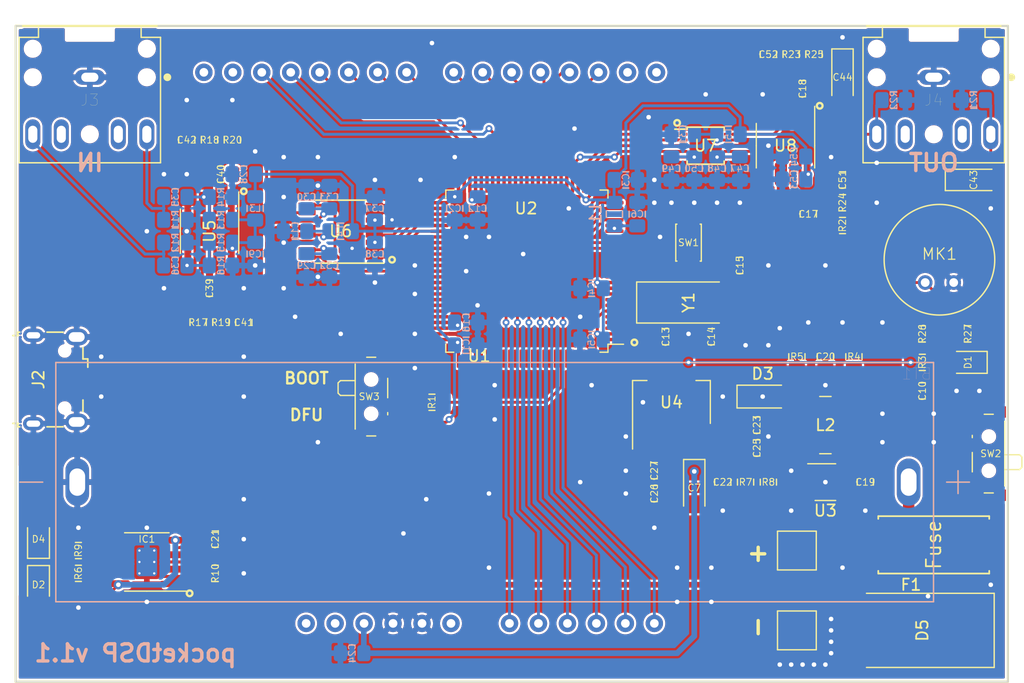
<source format=kicad_pcb>
(kicad_pcb (version 20171130) (host pcbnew "(5.0.1)-3")
  (layers (0 F.Cu signal) (31 B.Cu signal) (34 B.Paste user) (35 F.Paste user) (36 B.SilkS user) (37 F.SilkS user) (38 B.Mask user) (39 F.Mask user) (44 Edge.Cuts user))
  (net 0 "")
  (net 1 GND)
  (net 2 +3V3)
  (net 3 +3.3VA)
  (net 4 "Net-(C12-Pad1)")
  (net 5 "Net-(C13-Pad1)")
  (net 6 "Net-(C14-Pad2)")
  (net 7 "Net-(C15-Pad1)")
  (net 8 "Net-(C16-Pad1)")
  (net 9 BAT_SW)
  (net 10 ADC_VBAT)
  (net 11 USB_5V)
  (net 12 "Net-(C22-Pad1)")
  (net 13 +5V)
  (net 14 "Net-(C29-Pad1)")
  (net 15 "Net-(C30-Pad2)")
  (net 16 "Net-(C35-Pad1)")
  (net 17 L_IN)
  (net 18 "Net-(C36-Pad1)")
  (net 19 R_IN)
  (net 20 "Net-(C39-Pad1)")
  (net 21 "Net-(C39-Pad2)")
  (net 22 "Net-(C40-Pad2)")
  (net 23 "Net-(C40-Pad1)")
  (net 24 ADC_AINL)
  (net 25 ADC_AINR)
  (net 26 L_OUT)
  (net 27 DAC_OUTL)
  (net 28 DAC_OUTR)
  (net 29 R_OUT)
  (net 30 "Net-(C47-Pad1)")
  (net 31 "Net-(C49-Pad1)")
  (net 32 "Net-(D1-Pad2)")
  (net 33 "Net-(D3-Pad2)")
  (net 34 BAT)
  (net 35 "Net-(IC1-Pad2)")
  (net 36 "Net-(BT1-Pad+)")
  (net 37 "Net-(R1-Pad1)")
  (net 38 "Net-(R1-Pad2)")
  (net 39 SD_SCK)
  (net 40 SD_MOSI)
  (net 41 SD_MISO)
  (net 42 SD_CS)
  (net 43 LCD_D1)
  (net 44 LCD_D0)
  (net 45 LCD_D7)
  (net 46 LCD_D6)
  (net 47 LCD_D5)
  (net 48 LCD_D4)
  (net 49 LCD_D3)
  (net 50 LCD_D2)
  (net 51 LCD_RST)
  (net 52 LCD_CS)
  (net 53 LCD_RS)
  (net 54 LCD_WR)
  (net 55 LCD_RD)
  (net 56 DAC_LRCK)
  (net 57 DAC_SCLK)
  (net 58 DAC_SDIN)
  (net 59 DAC_MCLK)
  (net 60 ADC_LRCK)
  (net 61 ADC_SCLK)
  (net 62 ADC_SDOUT)
  (net 63 ADC_MCLK)
  (net 64 ADC_RST)
  (net 65 ADC_M0)
  (net 66 ADC_M1)
  (net 67 "Net-(C17-Pad1)")
  (net 68 "Net-(C17-Pad2)")
  (net 69 "Net-(C18-Pad1)")
  (net 70 "Net-(C18-Pad2)")
  (net 71 "Net-(C44-Pad1)")
  (net 72 USB_D-)
  (net 73 USB_D+)
  (net 74 "Net-(D2-Pad1)")
  (net 75 "Net-(D4-Pad1)")
  (net 76 F_CS)
  (net 77 MIC_IN)
  (net 78 "Net-(IC1-Pad6)")
  (net 79 "Net-(IC1-Pad7)")
  (net 80 VA_ADC)
  (net 81 "Net-(C11-Pad2)")
  (net 82 "Net-(C31-Pad2)")
  (net 83 "Net-(C43-Pad1)")
  (module LOGO:BVC3 (layer B.Cu) (at 160.5 144.5 180)
    (fp_text reference G*** hide)
    (fp_text value LOGO hide)
  )
  (module Capacitor_SMD:C_0805_2012Metric_Pad1.15x1.40mm_HandSolder (layer B.Cu) (at 120.5 106 270)
    (fp_text reference C12 (at 0 0 180) (layer B.SilkS) (effects (font (size 0.6 0.6) (thickness 0.08)) (justify mirror)))
    (fp_text value 10uF)
    (pad 2 smd roundrect (at 1.025 0 270) (size 1.15 1.4) (layers B.Cu B.Paste B.Mask) (roundrect_rratio 0.217391) (net 1 GND))
    (pad 1 smd roundrect (at -1.025 0 270) (size 1.15 1.4) (layers B.Cu B.Paste B.Mask) (roundrect_rratio 0.217391) (net 4 "Net-(C12-Pad1)"))
  )
  (module Capacitor_SMD:C_0805_2012Metric_Pad1.15x1.40mm_HandSolder (layer B.Cu) (at 119.5 116)
    (fp_text reference C16 (at 0 0 -90) (layer B.SilkS) (effects (font (size 0.6 0.6) (thickness 0.08)) (justify mirror)))
    (fp_text value 10uF)
    (pad 1 smd roundrect (at -1.025 0) (size 1.15 1.4) (layers B.Cu B.Paste B.Mask) (roundrect_rratio 0.217391) (net 8 "Net-(C16-Pad1)"))
    (pad 2 smd roundrect (at 1.025 0) (size 1.15 1.4) (layers B.Cu B.Paste B.Mask) (roundrect_rratio 0.217391) (net 1 GND))
  )
  (module Capacitor_SMD:C_0805_2012Metric_Pad1.15x1.40mm_HandSolder (layer F.Cu) (at 154.5 130 270)
    (fp_text reference C19 (at 0 0) (layer F.SilkS) (effects (font (size 0.6 0.6) (thickness 0.08))))
    (fp_text value 10uF)
    (pad 1 smd roundrect (at -1.025 0 270) (size 1.15 1.4) (layers F.Cu F.Paste F.Mask) (roundrect_rratio 0.217391) (net 9 BAT_SW))
    (pad 2 smd roundrect (at 1.025 0 270) (size 1.15 1.4) (layers F.Cu F.Paste F.Mask) (roundrect_rratio 0.217391) (net 1 GND))
  )
  (module Capacitor_SMD:C_0805_2012Metric_Pad1.15x1.40mm_HandSolder (layer F.Cu) (at 145 125)
    (fp_text reference C23 (at 0 0 90) (layer F.SilkS) (effects (font (size 0.6 0.6) (thickness 0.08))))
    (fp_text value 100n)
    (pad 1 smd roundrect (at -1.025 0) (size 1.15 1.4) (layers F.Cu F.Paste F.Mask) (roundrect_rratio 0.217391) (net 13 +5V))
    (pad 2 smd roundrect (at 1.025 0) (size 1.15 1.4) (layers F.Cu F.Paste F.Mask) (roundrect_rratio 0.217391) (net 1 GND))
  )
  (module Capacitor_SMD:C_0805_2012Metric_Pad1.15x1.40mm_HandSolder (layer F.Cu) (at 145 127)
    (fp_text reference C25 (at 0 0 90) (layer F.SilkS) (effects (font (size 0.6 0.6) (thickness 0.08))))
    (fp_text value 10uF)
    (pad 2 smd roundrect (at 1.025 0) (size 1.15 1.4) (layers F.Cu F.Paste F.Mask) (roundrect_rratio 0.217391) (net 1 GND))
    (pad 1 smd roundrect (at -1.025 0) (size 1.15 1.4) (layers F.Cu F.Paste F.Mask) (roundrect_rratio 0.217391) (net 13 +5V))
  )
  (module Capacitor_SMD:C_0805_2012Metric_Pad1.15x1.40mm_HandSolder (layer F.Cu) (at 136 129)
    (fp_text reference C27 (at 0 0 90) (layer F.SilkS) (effects (font (size 0.6 0.6) (thickness 0.08))))
    (fp_text value 2.2uF)
    (pad 1 smd roundrect (at -1.025 0) (size 1.15 1.4) (layers F.Cu F.Paste F.Mask) (roundrect_rratio 0.217391) (net 1 GND))
    (pad 2 smd roundrect (at 1.025 0) (size 1.15 1.4) (layers F.Cu F.Paste F.Mask) (roundrect_rratio 0.217391) (net 2 +3V3))
  )
  (module LED_SMD:LED_0805_2012Metric (layer F.Cu) (at 163.5 119.5 180)
    (fp_text reference D1 (at 0 0 270) (layer F.SilkS) (effects (font (size 0.6 0.6) (thickness 0.08))))
    (fp_text value LED)
    (pad 2 smd roundrect (at 0.9375 0 180) (size 0.975 1.4) (layers F.Cu F.Paste F.Mask) (net 32 "Net-(D1-Pad2)"))
    (pad 1 smd roundrect (at -0.9375 0 180) (size 0.975 1.4) (layers F.Cu F.Paste F.Mask) (net 1 GND))
  )
  (module LED_SMD:LED_0805_2012Metric (layer F.Cu) (at 82 139 270)
    (fp_text reference D2 (at 0 0) (layer F.SilkS) (effects (font (size 0.6 0.6) (thickness 0.08))))
    (fp_text value LED)
    (pad 1 smd roundrect (at -0.9375 0 270) (size 0.975 1.4) (layers F.Cu F.Paste F.Mask) (net 74 "Net-(D2-Pad1)"))
    (pad 2 smd roundrect (at 0.9375 0 270) (size 0.975 1.4) (layers F.Cu F.Paste F.Mask) (net 11 USB_5V))
  )
  (module Diode_SMD:D_SOD-123 (layer F.Cu) (at 145.5 122.5)
    (fp_text reference D3 (at 0 -2 180) (layer F.SilkS))
    (fp_text value D)
    (pad 1 smd rect (at -1.65 0) (size 0.9 1.2) (layers F.Cu F.Paste F.Mask) (net 13 +5V))
    (pad 2 smd rect (at 1.65 0) (size 0.9 1.2) (layers F.Cu F.Paste F.Mask) (net 33 "Net-(D3-Pad2)"))
  )
  (module LED_SMD:LED_0805_2012Metric (layer F.Cu) (at 82 135 90)
    (fp_text reference D4 (at 0 0) (layer F.SilkS) (effects (font (size 0.6 0.6) (thickness 0.08))))
    (fp_text value LED)
    (pad 1 smd roundrect (at -0.9375 0 90) (size 0.975 1.4) (layers F.Cu F.Paste F.Mask) (net 75 "Net-(D4-Pad1)"))
    (pad 2 smd roundrect (at 0.9375 0 90) (size 0.975 1.4) (layers F.Cu F.Paste F.Mask) (net 11 USB_5V))
  )
  (module Diode_SMD:D_SMC_Handsoldering (layer F.Cu) (at 159 143 180)
    (fp_text reference D5 (at -0.5 0 -90) (layer F.SilkS))
    (fp_text value D)
    (pad 1 smd rect (at -4.4 0 270) (size 3.3 4.5) (layers F.Cu F.Paste F.Mask) (net 34 BAT))
    (pad 2 smd rect (at 4.4 0 270) (size 3.3 4.5) (layers F.Cu F.Paste F.Mask) (net 1 GND))
  )
  (module eec:Littelfuse_Inc-0155-0-0-MFG (layer F.Cu) (at 160.5 135.5 180)
    (fp_text reference F1 (at 3 -3.5) (layer F.SilkS) (effects (justify left)))
    (fp_text value Fuse (at 0 0 270) (layer F.SilkS) (effects (font (size 1.27 1.27))))
    (pad 1 smd rect (at -3.1877 0 180) (size 4.2418 3.81) (layers F.Cu F.Paste F.Mask) (net 34 BAT))
    (pad 2 smd rect (at 3.1877 0 180) (size 4.2418 3.81) (layers F.Cu F.Paste F.Mask) (net 36 "Net-(BT1-Pad+)"))
  )
  (module Connector_USB:USB_Micro-B_Wuerth_629105150521 (layer F.Cu) (at 83.5 121 270)
    (fp_text reference J2 (at 0 1.5 270) (layer F.SilkS))
    (fp_text value USB_B_Micro)
    (pad 1 smd rect (at -1.3 -1.9 270) (size 0.45 1.3) (layers F.Cu F.Paste F.Mask) (net 11 USB_5V))
    (pad 2 smd rect (at -0.65 -1.9 270) (size 0.45 1.3) (layers F.Cu F.Paste F.Mask) (net 72 USB_D-))
    (pad 3 smd rect (at 0 -1.9 270) (size 0.45 1.3) (layers F.Cu F.Paste F.Mask) (net 73 USB_D+))
    (pad 4 smd rect (at 0.65 -1.9 270) (size 0.45 1.3) (layers F.Cu F.Paste F.Mask))
    (pad 5 smd rect (at 1.3 -1.9 270) (size 0.45 1.3) (layers F.Cu F.Paste F.Mask) (net 1 GND))
    (pad 6 thru_hole oval (at -3.725 -1.85 270) (size 1.45 2) (drill oval 0.85 1.4) (layers *.Cu *.Mask) (net 1 GND))
    (pad 6 thru_hole oval (at 3.725 -1.85 270) (size 1.45 2) (drill oval 0.85 1.4) (layers *.Cu *.Mask) (net 1 GND))
    (pad 6 thru_hole oval (at -3.875 1.95 270) (size 1.15 1.8) (drill oval 0.55 1.2) (layers *.Cu *.Mask) (net 1 GND))
    (pad 6 thru_hole oval (at 3.875 1.95 270) (size 1.15 1.8) (drill oval 0.55 1.2) (layers *.Cu *.Mask) (net 1 GND))
    (pad "" np_thru_hole oval (at -2.5 -0.8 270) (size 0.8 0.8) (drill 0.8) (layers *.Cu *.Mask))
    (pad "" np_thru_hole oval (at 2.5 -0.8 270) (size 0.8 0.8) (drill 0.8) (layers *.Cu *.Mask))
  )
  (module Connector_Audio:CUI_SJ1-3525N (layer F.Cu) (at 86.5 94.5 270)
    (fp_text reference J3 (at 2 0) (layer F.SilkS) (effects (font (size 1.000457 1.000457) (thickness 0.015))))
    (fp_text value SJ1-3525N)
    (fp_line (start -4.5 -6) (end -4.5 -2) (layer Edge.Cuts) (width 0.0001))
    (fp_line (start -4.5 -2) (end -3.3 -2) (layer Edge.Cuts) (width 0.0001))
    (fp_line (start -3.3 -2) (end -3.3 2) (layer Edge.Cuts) (width 0.0001))
    (fp_line (start -3.3 2) (end -4.5 2) (layer Edge.Cuts) (width 0.0001))
    (fp_line (start -4.5 2) (end -4.5 6) (layer Edge.Cuts) (width 0.0001))
    (pad 1 thru_hole oval (at 0 0 270) (size 1.308 2.616) (drill oval 0.8 1.5) (layers *.Cu *.Mask) (net 1 GND))
    (pad 2 thru_hole oval (at 5 5 270) (size 2.616 1.308) (drill oval 1.5 0.8) (layers *.Cu *.Mask) (net 17 L_IN))
    (pad 10 thru_hole oval (at 5 2.5 270) (size 2.616 1.308) (drill oval 1.5 0.8) (layers *.Cu *.Mask))
    (pad 11 thru_hole oval (at 5 -2.5 270) (size 2.616 1.308) (drill oval 1.5 0.8) (layers *.Cu *.Mask))
    (pad 3 thru_hole oval (at 5 -5 270) (size 2.616 1.308) (drill oval 1.5 0.8) (layers *.Cu *.Mask) (net 19 R_IN))
    (pad None np_thru_hole circle (at -2.5 -5 270) (size 1.2 1.2) (drill 1.2) (layers *.Cu *.Mask))
    (pad None np_thru_hole circle (at 0 -5 270) (size 1.2 1.2) (drill 1.2) (layers *.Cu *.Mask))
    (pad None np_thru_hole circle (at 5 0 270) (size 1.2 1.2) (drill 1.2) (layers *.Cu *.Mask))
    (pad None np_thru_hole circle (at -2.5 5 270) (size 1.2 1.2) (drill 1.2) (layers *.Cu *.Mask))
    (pad None np_thru_hole circle (at 0 5 270) (size 1.2 1.2) (drill 1.2) (layers *.Cu *.Mask))
  )
  (module Connector_Audio:CUI_SJ1-3525N (layer F.Cu) (at 160.5 94.5 270)
    (fp_text reference J4 (at 2 0) (layer F.SilkS) (effects (font (size 1.000457 1.000457) (thickness 0.015))))
    (fp_text value SJ1-3525N)
    (fp_line (start -4.5 2) (end -4.5 6) (layer Edge.Cuts) (width 0.0001))
    (fp_line (start -3.3 2) (end -4.5 2) (layer Edge.Cuts) (width 0.0001))
    (fp_line (start -3.3 -2) (end -3.3 2) (layer Edge.Cuts) (width 0.0001))
    (fp_line (start -4.5 -2) (end -3.3 -2) (layer Edge.Cuts) (width 0.0001))
    (fp_line (start -4.5 -6) (end -4.5 -2) (layer Edge.Cuts) (width 0.0001))
    (pad None np_thru_hole circle (at 0 5 270) (size 1.2 1.2) (drill 1.2) (layers *.Cu *.Mask))
    (pad None np_thru_hole circle (at -2.5 5 270) (size 1.2 1.2) (drill 1.2) (layers *.Cu *.Mask))
    (pad None np_thru_hole circle (at 5 0 270) (size 1.2 1.2) (drill 1.2) (layers *.Cu *.Mask))
    (pad None np_thru_hole circle (at 0 -5 270) (size 1.2 1.2) (drill 1.2) (layers *.Cu *.Mask))
    (pad None np_thru_hole circle (at -2.5 -5 270) (size 1.2 1.2) (drill 1.2) (layers *.Cu *.Mask))
    (pad 3 thru_hole oval (at 5 -5 270) (size 2.616 1.308) (drill oval 1.5 0.8) (layers *.Cu *.Mask) (net 26 L_OUT))
    (pad 11 thru_hole oval (at 5 -2.5 270) (size 2.616 1.308) (drill oval 1.5 0.8) (layers *.Cu *.Mask))
    (pad 10 thru_hole oval (at 5 2.5 270) (size 2.616 1.308) (drill oval 1.5 0.8) (layers *.Cu *.Mask))
    (pad 2 thru_hole oval (at 5 5 270) (size 2.616 1.308) (drill oval 1.5 0.8) (layers *.Cu *.Mask) (net 29 R_OUT))
    (pad 1 thru_hole oval (at 0 0 270) (size 1.308 2.616) (drill oval 0.8 1.5) (layers *.Cu *.Mask) (net 1 GND))
  )
  (module Package_QFP:LQFP-100_14x14mm_P0.5mm (layer F.Cu) (at 124.825 111.5 180)
    (fp_text reference U2 (at 0.075 5.5 180) (layer F.SilkS))
    (fp_text value STM32H743VITx)
    (pad 1 smd roundrect (at -7.675 -6 180) (size 1.6 0.3) (layers F.Cu F.Paste F.Mask))
    (pad 2 smd roundrect (at -7.675 -5.5 180) (size 1.6 0.3) (layers F.Cu F.Paste F.Mask))
    (pad 3 smd roundrect (at -7.675 -5 180) (size 1.6 0.3) (layers F.Cu F.Paste F.Mask))
    (pad 4 smd roundrect (at -7.675 -4.5 180) (size 1.6 0.3) (layers F.Cu F.Paste F.Mask))
    (pad 5 smd roundrect (at -7.675 -4 180) (size 1.6 0.3) (layers F.Cu F.Paste F.Mask))
    (pad 6 smd roundrect (at -7.675 -3.5 180) (size 1.6 0.3) (layers F.Cu F.Paste F.Mask) (net 2 +3V3))
    (pad 7 smd roundrect (at -7.675 -3 180) (size 1.6 0.3) (layers F.Cu F.Paste F.Mask))
    (pad 8 smd roundrect (at -7.675 -2.5 180) (size 1.6 0.3) (layers F.Cu F.Paste F.Mask))
    (pad 9 smd roundrect (at -7.675 -2 180) (size 1.6 0.3) (layers F.Cu F.Paste F.Mask))
    (pad 10 smd roundrect (at -7.675 -1.5 180) (size 1.6 0.3) (layers F.Cu F.Paste F.Mask) (net 1 GND))
    (pad 11 smd roundrect (at -7.675 -1 180) (size 1.6 0.3) (layers F.Cu F.Paste F.Mask) (net 2 +3V3))
    (pad 12 smd roundrect (at -7.675 -0.5 180) (size 1.6 0.3) (layers F.Cu F.Paste F.Mask) (net 5 "Net-(C13-Pad1)"))
    (pad 13 smd roundrect (at -7.675 0 180) (size 1.6 0.3) (layers F.Cu F.Paste F.Mask) (net 6 "Net-(C14-Pad2)"))
    (pad 14 smd roundrect (at -7.675 0.5 180) (size 1.6 0.3) (layers F.Cu F.Paste F.Mask) (net 7 "Net-(C15-Pad1)"))
    (pad 15 smd roundrect (at -7.675 1 180) (size 1.6 0.3) (layers F.Cu F.Paste F.Mask) (net 10 ADC_VBAT))
    (pad 16 smd roundrect (at -7.675 1.5 180) (size 1.6 0.3) (layers F.Cu F.Paste F.Mask) (net 77 MIC_IN))
    (pad 17 smd roundrect (at -7.675 2 180) (size 1.6 0.3) (layers F.Cu F.Paste F.Mask) (net 76 F_CS))
    (pad 18 smd roundrect (at -7.675 2.5 180) (size 1.6 0.3) (layers F.Cu F.Paste F.Mask) (net 51 LCD_RST))
    (pad 19 smd roundrect (at -7.675 3 180) (size 1.6 0.3) (layers F.Cu F.Paste F.Mask) (net 1 GND))
    (pad 20 smd roundrect (at -7.675 3.5 180) (size 1.6 0.3) (layers F.Cu F.Paste F.Mask) (net 3 +3.3VA))
    (pad 21 smd roundrect (at -7.675 4 180) (size 1.6 0.3) (layers F.Cu F.Paste F.Mask) (net 3 +3.3VA))
    (pad 22 smd roundrect (at -7.675 4.5 180) (size 1.6 0.3) (layers F.Cu F.Paste F.Mask) (net 52 LCD_CS))
    (pad 23 smd roundrect (at -7.675 5 180) (size 1.6 0.3) (layers F.Cu F.Paste F.Mask) (net 53 LCD_RS))
    (pad 24 smd roundrect (at -7.675 5.5 180) (size 1.6 0.3) (layers F.Cu F.Paste F.Mask) (net 54 LCD_WR))
    (pad 25 smd roundrect (at -7.675 6 180) (size 1.6 0.3) (layers F.Cu F.Paste F.Mask) (net 55 LCD_RD))
    (pad 26 smd roundrect (at -6 7.675 180) (size 0.3 1.6) (layers F.Cu F.Paste F.Mask) (net 1 GND))
    (pad 27 smd roundrect (at -5.5 7.675 180) (size 0.3 1.6) (layers F.Cu F.Paste F.Mask) (net 2 +3V3))
    (pad 28 smd roundrect (at -5 7.675 180) (size 0.3 1.6) (layers F.Cu F.Paste F.Mask) (net 56 DAC_LRCK))
    (pad 29 smd roundrect (at -4.5 7.675 180) (size 0.3 1.6) (layers F.Cu F.Paste F.Mask) (net 57 DAC_SCLK))
    (pad 30 smd roundrect (at -4 7.675 180) (size 0.3 1.6) (layers F.Cu F.Paste F.Mask) (net 59 DAC_MCLK))
    (pad 31 smd roundrect (at -3.5 7.675 180) (size 0.3 1.6) (layers F.Cu F.Paste F.Mask) (net 58 DAC_SDIN))
    (pad 32 smd roundrect (at -3 7.675 180) (size 0.3 1.6) (layers F.Cu F.Paste F.Mask))
    (pad 33 smd roundrect (at -2.5 7.675 180) (size 0.3 1.6) (layers F.Cu F.Paste F.Mask) (net 50 LCD_D2))
    (pad 34 smd roundrect (at -2 7.675 180) (size 0.3 1.6) (layers F.Cu F.Paste F.Mask) (net 49 LCD_D3))
    (pad 35 smd roundrect (at -1.5 7.675 180) (size 0.3 1.6) (layers F.Cu F.Paste F.Mask) (net 48 LCD_D4))
    (pad 36 smd roundrect (at -1 7.675 180) (size 0.3 1.6) (layers F.Cu F.Paste F.Mask) (net 47 LCD_D5))
    (pad 37 smd roundrect (at -0.5 7.675 180) (size 0.3 1.6) (layers F.Cu F.Paste F.Mask) (net 46 LCD_D6))
    (pad 38 smd roundrect (at 0 7.675 180) (size 0.3 1.6) (layers F.Cu F.Paste F.Mask) (net 45 LCD_D7))
    (pad 39 smd roundrect (at 0.5 7.675 180) (size 0.3 1.6) (layers F.Cu F.Paste F.Mask) (net 44 LCD_D0))
    (pad 40 smd roundrect (at 1 7.675 180) (size 0.3 1.6) (layers F.Cu F.Paste F.Mask) (net 43 LCD_D1))
    (pad 41 smd roundrect (at 1.5 7.675 180) (size 0.3 1.6) (layers F.Cu F.Paste F.Mask) (net 42 SD_CS))
    (pad 42 smd roundrect (at 2 7.675 180) (size 0.3 1.6) (layers F.Cu F.Paste F.Mask) (net 39 SD_SCK))
    (pad 43 smd roundrect (at 2.5 7.675 180) (size 0.3 1.6) (layers F.Cu F.Paste F.Mask) (net 41 SD_MISO))
    (pad 44 smd roundrect (at 3 7.675 180) (size 0.3 1.6) (layers F.Cu F.Paste F.Mask) (net 40 SD_MOSI))
    (pad 45 smd roundrect (at 3.5 7.675 180) (size 0.3 1.6) (layers F.Cu F.Paste F.Mask))
    (pad 46 smd roundrect (at 4 7.675 180) (size 0.3 1.6) (layers F.Cu F.Paste F.Mask))
    (pad 47 smd roundrect (at 4.5 7.675 180) (size 0.3 1.6) (layers F.Cu F.Paste F.Mask))
    (pad 48 smd roundrect (at 5 7.675 180) (size 0.3 1.6) (layers F.Cu F.Paste F.Mask) (net 4 "Net-(C12-Pad1)"))
    (pad 49 smd roundrect (at 5.5 7.675 180) (size 0.3 1.6) (layers F.Cu F.Paste F.Mask) (net 1 GND))
    (pad 50 smd roundrect (at 6 7.675 180) (size 0.3 1.6) (layers F.Cu F.Paste F.Mask) (net 2 +3V3))
    (pad 51 smd roundrect (at 7.675 6 180) (size 1.6 0.3) (layers F.Cu F.Paste F.Mask) (net 60 ADC_LRCK))
    (pad 52 smd roundrect (at 7.675 5.5 180) (size 1.6 0.3) (layers F.Cu F.Paste F.Mask) (net 61 ADC_SCLK))
    (pad 53 smd roundrect (at 7.675 5 180) (size 1.6 0.3) (layers F.Cu F.Paste F.Mask) (net 62 ADC_SDOUT))
    (pad 54 smd roundrect (at 7.675 4.5 180) (size 1.6 0.3) (layers F.Cu F.Paste F.Mask) (net 63 ADC_MCLK))
    (pad 55 smd roundrect (at 7.675 4 180) (size 1.6 0.3) (layers F.Cu F.Paste F.Mask) (net 65 ADC_M0))
    (pad 56 smd roundrect (at 7.675 3.5 180) (size 1.6 0.3) (layers F.Cu F.Paste F.Mask) (net 64 ADC_RST))
    (pad 57 smd roundrect (at 7.675 3 180) (size 1.6 0.3) (layers F.Cu F.Paste F.Mask) (net 66 ADC_M1))
    (pad 58 smd roundrect (at 7.675 2.5 180) (size 1.6 0.3) (layers F.Cu F.Paste F.Mask))
    (pad 59 smd roundrect (at 7.675 2 180) (size 1.6 0.3) (layers F.Cu F.Paste F.Mask))
    (pad 60 smd roundrect (at 7.675 1.5 180) (size 1.6 0.3) (layers F.Cu F.Paste F.Mask))
    (pad 61 smd roundrect (at 7.675 1 180) (size 1.6 0.3) (layers F.Cu F.Paste F.Mask))
    (pad 62 smd roundrect (at 7.675 0.5 180) (size 1.6 0.3) (layers F.Cu F.Paste F.Mask))
    (pad 63 smd roundrect (at 7.675 0 180) (size 1.6 0.3) (layers F.Cu F.Paste F.Mask))
    (pad 64 smd roundrect (at 7.675 -0.5 180) (size 1.6 0.3) (layers F.Cu F.Paste F.Mask))
    (pad 65 smd roundrect (at 7.675 -1 180) (size 1.6 0.3) (layers F.Cu F.Paste F.Mask))
    (pad 66 smd roundrect (at 7.675 -1.5 180) (size 1.6 0.3) (layers F.Cu F.Paste F.Mask))
    (pad 67 smd roundrect (at 7.675 -2 180) (size 1.6 0.3) (layers F.Cu F.Paste F.Mask))
    (pad 68 smd roundrect (at 7.675 -2.5 180) (size 1.6 0.3) (layers F.Cu F.Paste F.Mask))
    (pad 69 smd roundrect (at 7.675 -3 180) (size 1.6 0.3) (layers F.Cu F.Paste F.Mask))
    (pad 70 smd roundrect (at 7.675 -3.5 180) (size 1.6 0.3) (layers F.Cu F.Paste F.Mask) (net 72 USB_D-))
    (pad 71 smd roundrect (at 7.675 -4 180) (size 1.6 0.3) (layers F.Cu F.Paste F.Mask) (net 73 USB_D+))
    (pad 72 smd roundrect (at 7.675 -4.5 180) (size 1.6 0.3) (layers F.Cu F.Paste F.Mask))
    (pad 73 smd roundrect (at 7.675 -5 180) (size 1.6 0.3) (layers F.Cu F.Paste F.Mask) (net 8 "Net-(C16-Pad1)"))
    (pad 74 smd roundrect (at 7.675 -5.5 180) (size 1.6 0.3) (layers F.Cu F.Paste F.Mask) (net 1 GND))
    (pad 75 smd roundrect (at 7.675 -6 180) (size 1.6 0.3) (layers F.Cu F.Paste F.Mask) (net 2 +3V3))
    (pad 76 smd roundrect (at 6 -7.675 180) (size 0.3 1.6) (layers F.Cu F.Paste F.Mask))
    (pad 77 smd roundrect (at 5.5 -7.675 180) (size 0.3 1.6) (layers F.Cu F.Paste F.Mask))
    (pad 78 smd roundrect (at 5 -7.675 180) (size 0.3 1.6) (layers F.Cu F.Paste F.Mask))
    (pad 79 smd roundrect (at 4.5 -7.675 180) (size 0.3 1.6) (layers F.Cu F.Paste F.Mask))
    (pad 80 smd roundrect (at 4 -7.675 180) (size 0.3 1.6) (layers F.Cu F.Paste F.Mask))
    (pad 81 smd roundrect (at 3.5 -7.675 180) (size 0.3 1.6) (layers F.Cu F.Paste F.Mask))
    (pad 82 smd roundrect (at 3 -7.675 180) (size 0.3 1.6) (layers F.Cu F.Paste F.Mask))
    (pad 83 smd roundrect (at 2.5 -7.675 180) (size 0.3 1.6) (layers F.Cu F.Paste F.Mask))
    (pad 84 smd roundrect (at 2 -7.675 180) (size 0.3 1.6) (layers F.Cu F.Paste F.Mask))
    (pad 85 smd roundrect (at 1.5 -7.675 180) (size 0.3 1.6) (layers F.Cu F.Paste F.Mask))
    (pad 86 smd roundrect (at 1 -7.675 180) (size 0.3 1.6) (layers F.Cu F.Paste F.Mask))
    (pad 87 smd roundrect (at 0.5 -7.675 180) (size 0.3 1.6) (layers F.Cu F.Paste F.Mask))
    (pad 88 smd roundrect (at 0 -7.675 180) (size 0.3 1.6) (layers F.Cu F.Paste F.Mask))
    (pad 89 smd roundrect (at -0.5 -7.675 180) (size 0.3 1.6) (layers F.Cu F.Paste F.Mask))
    (pad 90 smd roundrect (at -1 -7.675 180) (size 0.3 1.6) (layers F.Cu F.Paste F.Mask))
    (pad 91 smd roundrect (at -1.5 -7.675 180) (size 0.3 1.6) (layers F.Cu F.Paste F.Mask))
    (pad 92 smd roundrect (at -2 -7.675 180) (size 0.3 1.6) (layers F.Cu F.Paste F.Mask))
    (pad 93 smd roundrect (at -2.5 -7.675 180) (size 0.3 1.6) (layers F.Cu F.Paste F.Mask))
    (pad 94 smd roundrect (at -3 -7.675 180) (size 0.3 1.6) (layers F.Cu F.Paste F.Mask) (net 37 "Net-(R1-Pad1)"))
    (pad 95 smd roundrect (at -3.5 -7.675 180) (size 0.3 1.6) (layers F.Cu F.Paste F.Mask))
    (pad 96 smd roundrect (at -4 -7.675 180) (size 0.3 1.6) (layers F.Cu F.Paste F.Mask))
    (pad 97 smd roundrect (at -4.5 -7.675 180) (size 0.3 1.6) (layers F.Cu F.Paste F.Mask))
    (pad 98 smd roundrect (at -5 -7.675 180) (size 0.3 1.6) (layers F.Cu F.Paste F.Mask))
    (pad 99 smd roundrect (at -5.5 -7.675 180) (size 0.3 1.6) (layers F.Cu F.Paste F.Mask) (net 1 GND))
    (pad 100 smd roundrect (at -6 -7.675 180) (size 0.3 1.6) (layers F.Cu F.Paste F.Mask) (net 2 +3V3))
  )
  (module Package_TO_SOT_SMD:SOT-23-5 (layer F.Cu) (at 151 130)
    (fp_text reference U3 (at 0 2.5) (layer F.SilkS))
    (fp_text value LMR62014XMF)
    (pad 1 smd rect (at -1.1 -0.95) (size 1.06 0.65) (layers F.Cu F.Paste F.Mask) (net 33 "Net-(D3-Pad2)"))
    (pad 2 smd rect (at -1.1 0) (size 1.06 0.65) (layers F.Cu F.Paste F.Mask) (net 1 GND))
    (pad 3 smd rect (at -1.1 0.95) (size 1.06 0.65) (layers F.Cu F.Paste F.Mask) (net 12 "Net-(C22-Pad1)"))
    (pad 4 smd rect (at 1.1 0.95) (size 1.06 0.65) (layers F.Cu F.Paste F.Mask) (net 9 BAT_SW))
    (pad 5 smd rect (at 1.1 -0.95) (size 1.06 0.65) (layers F.Cu F.Paste F.Mask) (net 9 BAT_SW))
  )
  (module Package_TO_SOT_SMD:SOT-223-3_TabPin2 (layer F.Cu) (at 137.5 123 90)
    (fp_text reference U4 (at 0 0 180) (layer F.SilkS))
    (fp_text value AP1117-33)
    (pad 2 smd rect (at 3.15 0 90) (size 2 3.8) (layers F.Cu F.Paste F.Mask) (net 2 +3V3))
    (pad 2 smd rect (at -3.15 0 90) (size 2 1.5) (layers F.Cu F.Paste F.Mask) (net 2 +3V3))
    (pad 3 smd rect (at -3.15 2.3 90) (size 2 1.5) (layers F.Cu F.Paste F.Mask) (net 13 +5V))
    (pad 1 smd rect (at -3.15 -2.3 90) (size 2 1.5) (layers F.Cu F.Paste F.Mask) (net 1 GND))
  )
  (module Package_SO:SOIC-8_3.9x4.9mm_P1.27mm (layer F.Cu) (at 97 108 270)
    (fp_text reference U5 (at 0 0 270) (layer F.SilkS))
    (fp_text value OPA2340)
    (pad 1 smd roundrect (at -2.475 -1.905 270) (size 1.95 0.6) (layers F.Cu F.Paste F.Mask) (net 23 "Net-(C40-Pad1)"))
    (pad 2 smd roundrect (at -2.475 -0.635 270) (size 1.95 0.6) (layers F.Cu F.Paste F.Mask) (net 22 "Net-(C40-Pad2)"))
    (pad 3 smd roundrect (at -2.475 0.635 270) (size 1.95 0.6) (layers F.Cu F.Paste F.Mask) (net 16 "Net-(C35-Pad1)"))
    (pad 4 smd roundrect (at -2.475 1.905 270) (size 1.95 0.6) (layers F.Cu F.Paste F.Mask) (net 1 GND))
    (pad 5 smd roundrect (at 2.475 1.905 270) (size 1.95 0.6) (layers F.Cu F.Paste F.Mask) (net 18 "Net-(C36-Pad1)"))
    (pad 6 smd roundrect (at 2.475 0.635 270) (size 1.95 0.6) (layers F.Cu F.Paste F.Mask) (net 21 "Net-(C39-Pad2)"))
    (pad 7 smd roundrect (at 2.475 -0.635 270) (size 1.95 0.6) (layers F.Cu F.Paste F.Mask) (net 20 "Net-(C39-Pad1)"))
    (pad 8 smd roundrect (at 2.475 -1.905 270) (size 1.95 0.6) (layers F.Cu F.Paste F.Mask) (net 80 VA_ADC))
  )
  (module Package_SO:TSSOP-16_4.4x5mm_P0.65mm (layer F.Cu) (at 108.5 108 180)
    (fp_text reference U6 (at 0 0 180) (layer F.SilkS))
    (fp_text value CS5341)
    (pad 1 smd rect (at -2.95 -2.275 180) (size 1.5 0.45) (layers F.Cu F.Paste F.Mask) (net 65 ADC_M0))
    (pad 2 smd rect (at -2.95 -1.625 180) (size 1.5 0.45) (layers F.Cu F.Paste F.Mask) (net 63 ADC_MCLK))
    (pad 3 smd rect (at -2.95 -0.975 180) (size 1.5 0.45) (layers F.Cu F.Paste F.Mask) (net 2 +3V3))
    (pad 4 smd rect (at -2.95 -0.325 180) (size 1.5 0.45) (layers F.Cu F.Paste F.Mask) (net 62 ADC_SDOUT))
    (pad 5 smd rect (at -2.95 0.325 180) (size 1.5 0.45) (layers F.Cu F.Paste F.Mask) (net 1 GND))
    (pad 6 smd rect (at -2.95 0.975 180) (size 1.5 0.45) (layers F.Cu F.Paste F.Mask) (net 2 +3V3))
    (pad 7 smd rect (at -2.95 1.625 180) (size 1.5 0.45) (layers F.Cu F.Paste F.Mask) (net 61 ADC_SCLK))
    (pad 8 smd rect (at -2.95 2.275 180) (size 1.5 0.45) (layers F.Cu F.Paste F.Mask) (net 60 ADC_LRCK))
    (pad 9 smd rect (at 2.95 2.275 180) (size 1.5 0.45) (layers F.Cu F.Paste F.Mask) (net 64 ADC_RST))
    (pad 10 smd rect (at 2.95 1.625 180) (size 1.5 0.45) (layers F.Cu F.Paste F.Mask) (net 24 ADC_AINL))
    (pad 11 smd rect (at 2.95 0.975 180) (size 1.5 0.45) (layers F.Cu F.Paste F.Mask) (net 15 "Net-(C30-Pad2)"))
    (pad 12 smd rect (at 2.95 0.325 180) (size 1.5 0.45) (layers F.Cu F.Paste F.Mask) (net 25 ADC_AINR))
    (pad 13 smd rect (at 2.95 -0.325 180) (size 1.5 0.45) (layers F.Cu F.Paste F.Mask) (net 81 "Net-(C11-Pad2)"))
    (pad 14 smd rect (at 2.95 -0.975 180) (size 1.5 0.45) (layers F.Cu F.Paste F.Mask) (net 1 GND))
    (pad 15 smd rect (at 2.95 -1.625 180) (size 1.5 0.45) (layers F.Cu F.Paste F.Mask) (net 14 "Net-(C29-Pad1)"))
    (pad 16 smd rect (at 2.95 -2.275 180) (size 1.5 0.45) (layers F.Cu F.Paste F.Mask) (net 66 ADC_M1))
  )
  (module Package_SO:TSSOP-10_3x3mm_P0.5mm (layer F.Cu) (at 140.5 100.5)
    (fp_text reference U7 (at 0 0) (layer F.SilkS))
    (fp_text value CS4345)
    (pad 1 smd rect (at -2.15 -1) (size 1.1 0.25) (layers F.Cu F.Paste F.Mask) (net 58 DAC_SDIN))
    (pad 2 smd rect (at -2.15 -0.5) (size 1.1 0.25) (layers F.Cu F.Paste F.Mask) (net 57 DAC_SCLK))
    (pad 3 smd rect (at -2.15 0) (size 1.1 0.25) (layers F.Cu F.Paste F.Mask) (net 56 DAC_LRCK))
    (pad 4 smd rect (at -2.15 0.5) (size 1.1 0.25) (layers F.Cu F.Paste F.Mask) (net 59 DAC_MCLK))
    (pad 5 smd rect (at -2.15 1) (size 1.1 0.25) (layers F.Cu F.Paste F.Mask) (net 31 "Net-(C49-Pad1)"))
    (pad 6 smd rect (at 2.15 1) (size 1.1 0.25) (layers F.Cu F.Paste F.Mask) (net 30 "Net-(C47-Pad1)"))
    (pad 7 smd rect (at 2.15 0.5) (size 1.1 0.25) (layers F.Cu F.Paste F.Mask) (net 27 DAC_OUTL))
    (pad 8 smd rect (at 2.15 0) (size 1.1 0.25) (layers F.Cu F.Paste F.Mask) (net 1 GND))
    (pad 9 smd rect (at 2.15 -0.5) (size 1.1 0.25) (layers F.Cu F.Paste F.Mask) (net 82 "Net-(C31-Pad2)"))
    (pad 10 smd rect (at 2.15 -1) (size 1.1 0.25) (layers F.Cu F.Paste F.Mask) (net 28 DAC_OUTR))
  )
  (module Crystal:Crystal_SMD_5032-2Pin_5.0x3.2mm_HandSoldering (layer F.Cu) (at 139 114.25)
    (fp_text reference Y1 (at 0 0 270) (layer F.SilkS))
    (fp_text value 25MHz)
    (pad 1 smd rect (at -2.6 0) (size 3.5 2.4) (layers F.Cu F.Paste F.Mask) (net 5 "Net-(C13-Pad1)"))
    (pad 2 smd rect (at 2.6 0) (size 3.5 2.4) (layers F.Cu F.Paste F.Mask) (net 6 "Net-(C14-Pad2)"))
  )
  (module Battery:BAT_BK-18650-PC2 (layer B.Cu) (at 122 130 180)
    (fp_text reference BT1 (at -37 9.5 180) (layer B.SilkS) (effects (font (thickness 0.015)) (justify mirror)))
    (fp_text value 18650)
    (pad + thru_hole oval (at -36.3 0 180) (size 2.07 4.14) (drill oval 1.38 2.4) (layers *.Cu *.Mask) (net 36 "Net-(BT1-Pad+)"))
    (pad - thru_hole oval (at 36.6 0 180) (size 2.07 4.14) (drill oval 1.38 2.4) (layers *.Cu *.Mask) (net 1 GND))
  )
  (module Button_Switch_SMD:SW_SPDT_PCM12 (layer F.Cu) (at 165 127.5 90)
    (fp_text reference SW2 (at 0 0.5 180) (layer F.SilkS) (effects (font (size 0.6 0.6) (thickness 0.08))))
    (fp_text value SW_SPDT)
    (pad "" np_thru_hole circle (at -1.5 0.33 90) (size 0.9 0.9) (drill 0.9) (layers *.Cu *.Mask))
    (pad "" np_thru_hole circle (at 1.5 0.33 90) (size 0.9 0.9) (drill 0.9) (layers *.Cu *.Mask))
    (pad 1 smd rect (at -2.25 -1.43 90) (size 0.7 1.5) (layers F.Cu F.Paste F.Mask))
    (pad 2 smd rect (at 0.75 -1.43 90) (size 0.7 1.5) (layers F.Cu F.Paste F.Mask) (net 34 BAT))
    (pad 3 smd rect (at 2.25 -1.43 90) (size 0.7 1.5) (layers F.Cu F.Paste F.Mask) (net 9 BAT_SW))
    (pad "" smd rect (at -3.65 1.43 90) (size 1 0.8) (layers F.Cu F.Paste F.Mask))
    (pad "" smd rect (at 3.65 1.43 90) (size 1 0.8) (layers F.Cu F.Paste F.Mask))
    (pad "" smd rect (at 3.65 -0.78 90) (size 1 0.8) (layers F.Cu F.Paste F.Mask))
    (pad "" smd rect (at -3.65 -0.78 90) (size 1 0.8) (layers F.Cu F.Paste F.Mask))
  )
  (module Button_Switch_SMD:SW_SPDT_PCM12 (layer F.Cu) (at 111.5 122.5 270)
    (fp_text reference SW3 (at 0 0.5 180) (layer F.SilkS) (effects (font (size 0.6 0.6) (thickness 0.08))))
    (fp_text value SW_SPDT)
    (pad "" np_thru_hole circle (at -1.5 0.33 270) (size 0.9 0.9) (drill 0.9) (layers *.Cu *.Mask))
    (pad "" np_thru_hole circle (at 1.5 0.33 270) (size 0.9 0.9) (drill 0.9) (layers *.Cu *.Mask))
    (pad 1 smd rect (at -2.25 -1.43 270) (size 0.7 1.5) (layers F.Cu F.Paste F.Mask) (net 1 GND))
    (pad 2 smd rect (at 0.75 -1.43 270) (size 0.7 1.5) (layers F.Cu F.Paste F.Mask) (net 38 "Net-(R1-Pad2)"))
    (pad 3 smd rect (at 2.25 -1.43 270) (size 0.7 1.5) (layers F.Cu F.Paste F.Mask) (net 2 +3V3))
    (pad "" smd rect (at -3.65 1.43 270) (size 1 0.8) (layers F.Cu F.Paste F.Mask))
    (pad "" smd rect (at 3.65 1.43 270) (size 1 0.8) (layers F.Cu F.Paste F.Mask))
    (pad "" smd rect (at 3.65 -0.78 270) (size 1 0.8) (layers F.Cu F.Paste F.Mask))
    (pad "" smd rect (at -3.65 -0.78 270) (size 1 0.8) (layers F.Cu F.Paste F.Mask))
  )
  (module Package_SO:SOIC-8_3.9x4.9mm_P1.27mm (layer F.Cu) (at 147.5 100.5 270)
    (fp_text reference U8 (at 0 0) (layer F.SilkS))
    (fp_text value OPA2340)
    (pad 1 smd roundrect (at -2.475 -1.905 270) (size 1.95 0.6) (layers F.Cu F.Paste F.Mask) (net 69 "Net-(C18-Pad1)"))
    (pad 2 smd roundrect (at -2.475 -0.635 270) (size 1.95 0.6) (layers F.Cu F.Paste F.Mask) (net 70 "Net-(C18-Pad2)"))
    (pad 3 smd roundrect (at -2.475 0.635 270) (size 1.95 0.6) (layers F.Cu F.Paste F.Mask) (net 28 DAC_OUTR))
    (pad 4 smd roundrect (at -2.475 1.905 270) (size 1.95 0.6) (layers F.Cu F.Paste F.Mask) (net 1 GND))
    (pad 5 smd roundrect (at 2.475 1.905 270) (size 1.95 0.6) (layers F.Cu F.Paste F.Mask) (net 27 DAC_OUTL))
    (pad 6 smd roundrect (at 2.475 0.635 270) (size 1.95 0.6) (layers F.Cu F.Paste F.Mask) (net 68 "Net-(C17-Pad2)"))
    (pad 7 smd roundrect (at 2.475 -0.635 270) (size 1.95 0.6) (layers F.Cu F.Paste F.Mask) (net 67 "Net-(C17-Pad1)"))
    (pad 8 smd roundrect (at 2.475 -1.905 270) (size 1.95 0.6) (layers F.Cu F.Paste F.Mask) (net 2 +3V3))
  )
  (module Package_SO:SOIC-8-1EP_3.9x4.9mm_P1.27mm_EP2.29x3mm_ThermalVias (layer F.Cu) (at 91.5 137 180)
    (fp_text reference IC1 (at 0 2 180) (layer F.SilkS) (effects (font (size 0.6 0.6) (thickness 0.08))))
    (fp_text value TP4056)
    (pad 9 smd roundrect (at 0 0 180) (size 2.29 3) (layers F.Cu F.Mask) (roundrect_rratio 0.109) (net 1 GND))
    (pad 9 thru_hole circle (at -0.65 -1 180) (size 0.5 0.5) (drill 0.2) (layers *.Cu) (net 1 GND))
    (pad 9 thru_hole circle (at 0.65 -1 180) (size 0.5 0.5) (drill 0.2) (layers *.Cu) (net 1 GND))
    (pad 9 thru_hole circle (at -0.65 0 180) (size 0.5 0.5) (drill 0.2) (layers *.Cu) (net 1 GND))
    (pad 9 thru_hole circle (at 0.65 0 180) (size 0.5 0.5) (drill 0.2) (layers *.Cu) (net 1 GND))
    (pad 9 thru_hole circle (at -0.65 1 180) (size 0.5 0.5) (drill 0.2) (layers *.Cu) (net 1 GND))
    (pad 9 thru_hole circle (at 0.65 1 180) (size 0.5 0.5) (drill 0.2) (layers *.Cu) (net 1 GND))
    (pad 9 smd roundrect (at 0 0 180) (size 1.8 2.5) (layers B.Cu) (roundrect_rratio 0.139) (net 1 GND))
    (pad 1 smd roundrect (at -2.475 -1.905 180) (size 1.95 0.6) (layers F.Cu F.Paste F.Mask) (net 1 GND))
    (pad 2 smd roundrect (at -2.475 -0.635 180) (size 1.95 0.6) (layers F.Cu F.Paste F.Mask) (net 35 "Net-(IC1-Pad2)"))
    (pad 3 smd roundrect (at -2.475 0.635 180) (size 1.95 0.6) (layers F.Cu F.Paste F.Mask) (net 1 GND))
    (pad 4 smd roundrect (at -2.475 1.905 180) (size 1.95 0.6) (layers F.Cu F.Paste F.Mask) (net 11 USB_5V))
    (pad 5 smd roundrect (at 2.475 1.905 180) (size 1.95 0.6) (layers F.Cu F.Paste F.Mask) (net 34 BAT))
    (pad 6 smd roundrect (at 2.475 0.635 180) (size 1.95 0.6) (layers F.Cu F.Paste F.Mask) (net 78 "Net-(IC1-Pad6)"))
    (pad 7 smd roundrect (at 2.475 -0.635 180) (size 1.95 0.6) (layers F.Cu F.Paste F.Mask) (net 79 "Net-(IC1-Pad7)"))
    (pad 8 smd roundrect (at 2.475 -1.905 180) (size 1.95 0.6) (layers F.Cu F.Paste F.Mask) (net 11 USB_5V))
  )
  (module Inductor_SMD:L_Coilcraft_LPS5030 (layer F.Cu) (at 151 125 180)
    (fp_text reference L2 (at 0 0 180) (layer F.SilkS))
    (fp_text value 10uH)
    (pad 1 smd custom (at -2.2275 0 180) (size 1.055 3.4) (layers F.Cu F.Paste F.Mask) (net 9 BAT_SW) (options (clearance outline) (anchor rect)) (primitives (gr_poly (pts (xy 1.4675 -1.7) (xy 0.5275 -0.8445) (xy 0.5275 0.8445) (xy 1.4675 1.7) (xy 1.4675 2.755) (xy 0.5275 2.755) (xy -0.5275 1.7) (xy -0.5275 -1.7) (xy 0.5275 -2.755) (xy 1.4675 -2.755)) (width 0))))
    (pad 2 smd custom (at 2.2275 0 180) (size 1.055 3.4) (layers F.Cu F.Paste F.Mask) (net 33 "Net-(D3-Pad2)") (options (clearance outline) (anchor rect)) (primitives (gr_poly (pts (xy -1.4675 -1.7) (xy -0.5275 -0.8445) (xy -0.5275 0.8445) (xy -1.4675 1.7) (xy -1.4675 2.755) (xy -0.5275 2.755) (xy 0.5275 1.7) (xy 0.5275 -1.7) (xy -0.5275 -2.755) (xy -1.4675 -2.755)) (width 0))))
  )
  (module Inductor_SMD:L_0805_2012Metric_Pad1.15x1.40mm_HandSolder (layer B.Cu) (at 132.5 106.5 270)
    (fp_text reference L1 (at 0 1.65 270) (layer B.SilkS) (effects (justify mirror)))
    (fp_text value 1uH)
    (pad 1 smd roundrect (at -1.025 0 270) (size 1.15 1.4) (layers B.Cu B.Paste B.Mask) (roundrect_rratio 0.217391) (net 2 +3V3))
    (pad 2 smd roundrect (at 1.025 0 270) (size 1.15 1.4) (layers B.Cu B.Paste B.Mask) (roundrect_rratio 0.217391) (net 3 +3.3VA))
  )
  (module Capacitor_SMD:C_0805_2012Metric_Pad1.15x1.40mm_HandSolder (layer B.Cu) (at 119.5 118 180)
    (fp_text reference C1 (at 0 0 90) (layer B.SilkS) (effects (font (size 0.6 0.6) (thickness 0.08)) (justify mirror)))
    (fp_text value 100nF)
    (pad 2 smd roundrect (at 1.025 0 180) (size 1.15 1.4) (layers B.Cu B.Paste B.Mask) (roundrect_rratio 0.217391) (net 2 +3V3))
    (pad 1 smd roundrect (at -1.025 0 180) (size 1.15 1.4) (layers B.Cu B.Paste B.Mask) (roundrect_rratio 0.217391) (net 1 GND))
  )
  (module Capacitor_SMD:C_0805_2012Metric_Pad1.15x1.40mm_HandSolder (layer B.Cu) (at 118.5 106 90)
    (fp_text reference C2 (at 0 0) (layer B.SilkS) (effects (font (size 0.6 0.6) (thickness 0.08)) (justify mirror)))
    (fp_text value 100nF)
    (pad 1 smd roundrect (at -1.025 0 90) (size 1.15 1.4) (layers B.Cu B.Paste B.Mask) (roundrect_rratio 0.217391) (net 1 GND))
    (pad 2 smd roundrect (at 1.025 0 90) (size 1.15 1.4) (layers B.Cu B.Paste B.Mask) (roundrect_rratio 0.217391) (net 2 +3V3))
  )
  (module Capacitor_SMD:C_0805_2012Metric_Pad1.15x1.40mm_HandSolder (layer B.Cu) (at 133.5 103.5)
    (fp_text reference C3 (at 0 0 -90) (layer B.SilkS) (effects (font (size 0.6 0.6) (thickness 0.08)) (justify mirror)))
    (fp_text value 10uF)
    (pad 1 smd roundrect (at -1.025 0) (size 1.15 1.4) (layers B.Cu B.Paste B.Mask) (roundrect_rratio 0.217391) (net 2 +3V3))
    (pad 2 smd roundrect (at 1.025 0) (size 1.15 1.4) (layers B.Cu B.Paste B.Mask) (roundrect_rratio 0.217391) (net 1 GND))
  )
  (module Capacitor_SMD:C_0805_2012Metric_Pad1.15x1.40mm_HandSolder (layer B.Cu) (at 130.5 113)
    (fp_text reference C4 (at 0 0 -90) (layer B.SilkS) (effects (font (size 0.6 0.6) (thickness 0.08)) (justify mirror)))
    (fp_text value 100nF)
    (pad 1 smd roundrect (at -1.025 0) (size 1.15 1.4) (layers B.Cu B.Paste B.Mask) (roundrect_rratio 0.217391) (net 1 GND))
    (pad 2 smd roundrect (at 1.025 0) (size 1.15 1.4) (layers B.Cu B.Paste B.Mask) (roundrect_rratio 0.217391) (net 2 +3V3))
  )
  (module Capacitor_SMD:C_0805_2012Metric_Pad1.15x1.40mm_HandSolder (layer B.Cu) (at 130.5 117.5)
    (fp_text reference C5 (at 0 0 -90) (layer B.SilkS) (effects (font (size 0.6 0.6) (thickness 0.08)) (justify mirror)))
    (fp_text value 100nF)
    (pad 1 smd roundrect (at -1.025 0) (size 1.15 1.4) (layers B.Cu B.Paste B.Mask) (roundrect_rratio 0.217391) (net 1 GND))
    (pad 2 smd roundrect (at 1.025 0) (size 1.15 1.4) (layers B.Cu B.Paste B.Mask) (roundrect_rratio 0.217391) (net 2 +3V3))
  )
  (module Capacitor_SMD:C_0805_2012Metric_Pad1.15x1.40mm_HandSolder (layer B.Cu) (at 134.5 106.5 270)
    (fp_text reference C6 (at 0 0 180) (layer B.SilkS) (effects (font (size 0.6 0.6) (thickness 0.08)) (justify mirror)))
    (fp_text value 10uF)
    (pad 1 smd roundrect (at -1.025 0 270) (size 1.15 1.4) (layers B.Cu B.Paste B.Mask) (roundrect_rratio 0.217391) (net 1 GND))
    (pad 2 smd roundrect (at 1.025 0 270) (size 1.15 1.4) (layers B.Cu B.Paste B.Mask) (roundrect_rratio 0.217391) (net 3 +3.3VA))
  )
  (module Capacitor_SMD:C_0805_2012Metric_Pad1.15x1.40mm_HandSolder (layer F.Cu) (at 137 117.25)
    (fp_text reference C13 (at 0 0 90) (layer F.SilkS) (effects (font (size 0.6 0.6) (thickness 0.08))))
    (fp_text value 20p)
    (pad 2 smd roundrect (at 1.025 0) (size 1.15 1.4) (layers F.Cu F.Paste F.Mask) (roundrect_rratio 0.217391) (net 1 GND))
    (pad 1 smd roundrect (at -1.025 0) (size 1.15 1.4) (layers F.Cu F.Paste F.Mask) (roundrect_rratio 0.217391) (net 5 "Net-(C13-Pad1)"))
  )
  (module Capacitor_SMD:C_0805_2012Metric_Pad1.15x1.40mm_HandSolder (layer F.Cu) (at 141 117.25)
    (fp_text reference C14 (at 0 0 90) (layer F.SilkS) (effects (font (size 0.6 0.6) (thickness 0.08))))
    (fp_text value 20p)
    (pad 1 smd roundrect (at -1.025 0) (size 1.15 1.4) (layers F.Cu F.Paste F.Mask) (roundrect_rratio 0.217391) (net 1 GND))
    (pad 2 smd roundrect (at 1.025 0) (size 1.15 1.4) (layers F.Cu F.Paste F.Mask) (roundrect_rratio 0.217391) (net 6 "Net-(C14-Pad2)"))
  )
  (module Capacitor_SMD:C_0805_2012Metric_Pad1.15x1.40mm_HandSolder (layer F.Cu) (at 143.5 111)
    (fp_text reference C15 (at 0 0 90) (layer F.SilkS) (effects (font (size 0.6 0.6) (thickness 0.08))))
    (fp_text value 100nF)
    (pad 1 smd roundrect (at -1.025 0) (size 1.15 1.4) (layers F.Cu F.Paste F.Mask) (roundrect_rratio 0.217391) (net 7 "Net-(C15-Pad1)"))
    (pad 2 smd roundrect (at 1.025 0) (size 1.15 1.4) (layers F.Cu F.Paste F.Mask) (roundrect_rratio 0.217391) (net 1 GND))
  )
  (module Capacitor_SMD:C_0805_2012Metric_Pad1.15x1.40mm_HandSolder (layer F.Cu) (at 149.5 106.5 270)
    (fp_text reference C17 (at 0 0 180) (layer F.SilkS) (effects (font (size 0.6 0.6) (thickness 0.08))))
    (fp_text value 1nF)
    (pad 2 smd roundrect (at 1.025 0 270) (size 1.15 1.4) (layers F.Cu F.Paste F.Mask) (roundrect_rratio 0.217391) (net 68 "Net-(C17-Pad2)"))
    (pad 1 smd roundrect (at -1.025 0 270) (size 1.15 1.4) (layers F.Cu F.Paste F.Mask) (roundrect_rratio 0.217391) (net 67 "Net-(C17-Pad1)"))
  )
  (module Capacitor_SMD:C_0805_2012Metric_Pad1.15x1.40mm_HandSolder (layer F.Cu) (at 149 95.5 180)
    (fp_text reference C18 (at 0 0 90) (layer F.SilkS) (effects (font (size 0.6 0.6) (thickness 0.08))))
    (fp_text value 1nF)
    (pad 2 smd roundrect (at 1.025 0 180) (size 1.15 1.4) (layers F.Cu F.Paste F.Mask) (roundrect_rratio 0.217391) (net 70 "Net-(C18-Pad2)"))
    (pad 1 smd roundrect (at -1.025 0 180) (size 1.15 1.4) (layers F.Cu F.Paste F.Mask) (roundrect_rratio 0.217391) (net 69 "Net-(C18-Pad1)"))
  )
  (module Capacitor_SMD:C_0805_2012Metric_Pad1.15x1.40mm_HandSolder (layer F.Cu) (at 151 119 90)
    (fp_text reference C20 (at 0 0 -180) (layer F.SilkS) (effects (font (size 0.6 0.6) (thickness 0.08))))
    (fp_text value 100nF)
    (pad 2 smd roundrect (at 1.025 0 90) (size 1.15 1.4) (layers F.Cu F.Paste F.Mask) (roundrect_rratio 0.217391) (net 10 ADC_VBAT))
    (pad 1 smd roundrect (at -1.025 0 90) (size 1.15 1.4) (layers F.Cu F.Paste F.Mask) (roundrect_rratio 0.217391) (net 1 GND))
  )
  (module Capacitor_SMD:C_0805_2012Metric_Pad1.15x1.40mm_HandSolder (layer F.Cu) (at 97.5 135 180)
    (fp_text reference C21 (at 0 0 270) (layer F.SilkS) (effects (font (size 0.6 0.6) (thickness 0.08))))
    (fp_text value 10uF)
    (pad 1 smd roundrect (at -1.025 0 180) (size 1.15 1.4) (layers F.Cu F.Paste F.Mask) (roundrect_rratio 0.217391) (net 1 GND))
    (pad 2 smd roundrect (at 1.025 0 180) (size 1.15 1.4) (layers F.Cu F.Paste F.Mask) (roundrect_rratio 0.217391) (net 11 USB_5V))
  )
  (module Capacitor_SMD:C_0805_2012Metric_Pad1.15x1.40mm_HandSolder (layer F.Cu) (at 142 130 90)
    (fp_text reference C22 (at 0 0 180) (layer F.SilkS) (effects (font (size 0.6 0.6) (thickness 0.08))))
    (fp_text value 220p)
    (pad 1 smd roundrect (at -1.025 0 90) (size 1.15 1.4) (layers F.Cu F.Paste F.Mask) (roundrect_rratio 0.217391) (net 12 "Net-(C22-Pad1)"))
    (pad 2 smd roundrect (at 1.025 0 90) (size 1.15 1.4) (layers F.Cu F.Paste F.Mask) (roundrect_rratio 0.217391) (net 13 +5V))
  )
  (module Capacitor_SMD:C_0805_2012Metric_Pad1.15x1.40mm_HandSolder (layer F.Cu) (at 136 131)
    (fp_text reference C26 (at 0 0 -270) (layer F.SilkS) (effects (font (size 0.6 0.6) (thickness 0.08))))
    (fp_text value 100nF)
    (pad 1 smd roundrect (at -1.025 0) (size 1.15 1.4) (layers F.Cu F.Paste F.Mask) (roundrect_rratio 0.217391) (net 1 GND))
    (pad 2 smd roundrect (at 1.025 0) (size 1.15 1.4) (layers F.Cu F.Paste F.Mask) (roundrect_rratio 0.217391) (net 2 +3V3))
  )
  (module Capacitor_SMD:C_0805_2012Metric_Pad1.15x1.40mm_HandSolder (layer B.Cu) (at 100 103 180)
    (fp_text reference C28 (at 0 0 90) (layer B.SilkS) (effects (font (size 0.6 0.6) (thickness 0.08)) (justify mirror)))
    (fp_text value 1uF)
    (pad 2 smd roundrect (at 1.025 0 180) (size 1.15 1.4) (layers B.Cu B.Paste B.Mask) (roundrect_rratio 0.217391) (net 1 GND))
    (pad 1 smd roundrect (at -1.025 0 180) (size 1.15 1.4) (layers B.Cu B.Paste B.Mask) (roundrect_rratio 0.217391) (net 2 +3V3))
  )
  (module Capacitor_SMD:C_0805_2012Metric_Pad1.15x1.40mm_HandSolder (layer B.Cu) (at 105.5 111 270)
    (fp_text reference C29 (at 0 0 180) (layer B.SilkS) (effects (font (size 0.6 0.6) (thickness 0.08)) (justify mirror)))
    (fp_text value 1uF)
    (pad 2 smd roundrect (at 1.025 0 270) (size 1.15 1.4) (layers B.Cu B.Paste B.Mask) (roundrect_rratio 0.217391) (net 1 GND))
    (pad 1 smd roundrect (at -1.025 0 270) (size 1.15 1.4) (layers B.Cu B.Paste B.Mask) (roundrect_rratio 0.217391) (net 14 "Net-(C29-Pad1)"))
  )
  (module Capacitor_SMD:C_0805_2012Metric_Pad1.15x1.40mm_HandSolder (layer B.Cu) (at 105.5 105 270)
    (fp_text reference C30 (at 0 0 180) (layer B.SilkS) (effects (font (size 0.6 0.6) (thickness 0.08)) (justify mirror)))
    (fp_text value 1uF)
    (pad 1 smd roundrect (at -1.025 0 270) (size 1.15 1.4) (layers B.Cu B.Paste B.Mask) (roundrect_rratio 0.217391) (net 1 GND))
    (pad 2 smd roundrect (at 1.025 0 270) (size 1.15 1.4) (layers B.Cu B.Paste B.Mask) (roundrect_rratio 0.217391) (net 15 "Net-(C30-Pad2)"))
  )
  (module Capacitor_SMD:C_0805_2012Metric_Pad1.15x1.40mm_HandSolder (layer B.Cu) (at 138.5 99.5)
    (fp_text reference C31 (at 0 0 -90) (layer B.SilkS) (effects (font (size 0.6 0.6) (thickness 0.08)) (justify mirror)))
    (fp_text value 1uF)
    (pad 1 smd roundrect (at -1.025 0) (size 1.15 1.4) (layers B.Cu B.Paste B.Mask) (roundrect_rratio 0.217391) (net 1 GND))
    (pad 2 smd roundrect (at 1.025 0) (size 1.15 1.4) (layers B.Cu B.Paste B.Mask) (roundrect_rratio 0.217391) (net 82 "Net-(C31-Pad2)"))
  )
  (module Capacitor_SMD:C_0805_2012Metric_Pad1.15x1.40mm_HandSolder (layer B.Cu) (at 107.5 111 270)
    (fp_text reference C32 (at 0 0 180) (layer B.SilkS) (effects (font (size 0.6 0.6) (thickness 0.08)) (justify mirror)))
    (fp_text value 100nF)
    (pad 2 smd roundrect (at 1.025 0 270) (size 1.15 1.4) (layers B.Cu B.Paste B.Mask) (roundrect_rratio 0.217391) (net 1 GND))
    (pad 1 smd roundrect (at -1.025 0 270) (size 1.15 1.4) (layers B.Cu B.Paste B.Mask) (roundrect_rratio 0.217391) (net 14 "Net-(C29-Pad1)"))
  )
  (module Capacitor_SMD:C_0805_2012Metric_Pad1.15x1.40mm_HandSolder (layer B.Cu) (at 107.5 105 270)
    (fp_text reference C33 (at 0 0 180) (layer B.SilkS) (effects (font (size 0.6 0.6) (thickness 0.08)) (justify mirror)))
    (fp_text value 100nF)
    (pad 2 smd roundrect (at 1.025 0 270) (size 1.15 1.4) (layers B.Cu B.Paste B.Mask) (roundrect_rratio 0.217391) (net 15 "Net-(C30-Pad2)"))
    (pad 1 smd roundrect (at -1.025 0 270) (size 1.15 1.4) (layers B.Cu B.Paste B.Mask) (roundrect_rratio 0.217391) (net 1 GND))
  )
  (module Capacitor_SMD:C_0805_2012Metric_Pad1.15x1.40mm_HandSolder (layer B.Cu) (at 94 105 180)
    (fp_text reference C35 (at 0 0 90) (layer B.SilkS) (effects (font (size 0.6 0.6) (thickness 0.08)) (justify mirror)))
    (fp_text value 10uF)
    (pad 1 smd roundrect (at -1.025 0 180) (size 1.15 1.4) (layers B.Cu B.Paste B.Mask) (roundrect_rratio 0.217391) (net 16 "Net-(C35-Pad1)"))
    (pad 2 smd roundrect (at 1.025 0 180) (size 1.15 1.4) (layers B.Cu B.Paste B.Mask) (roundrect_rratio 0.217391) (net 19 R_IN))
  )
  (module Capacitor_SMD:C_0805_2012Metric_Pad1.15x1.40mm_HandSolder (layer B.Cu) (at 94 111 180)
    (fp_text reference C36 (at 0 0 90) (layer B.SilkS) (effects (font (size 0.6 0.6) (thickness 0.08)) (justify mirror)))
    (fp_text value 10uF)
    (pad 1 smd roundrect (at -1.025 0 180) (size 1.15 1.4) (layers B.Cu B.Paste B.Mask) (roundrect_rratio 0.217391) (net 18 "Net-(C36-Pad1)"))
    (pad 2 smd roundrect (at 1.025 0 180) (size 1.15 1.4) (layers B.Cu B.Paste B.Mask) (roundrect_rratio 0.217391) (net 17 L_IN))
  )
  (module Capacitor_SMD:C_0805_2012Metric_Pad1.15x1.40mm_HandSolder (layer B.Cu) (at 111.5 106 90)
    (fp_text reference C37 (at 0 0) (layer B.SilkS) (effects (font (size 0.6 0.6) (thickness 0.08)) (justify mirror)))
    (fp_text value 100nF)
    (pad 1 smd roundrect (at -1.025 0 90) (size 1.15 1.4) (layers B.Cu B.Paste B.Mask) (roundrect_rratio 0.217391) (net 2 +3V3))
    (pad 2 smd roundrect (at 1.025 0 90) (size 1.15 1.4) (layers B.Cu B.Paste B.Mask) (roundrect_rratio 0.217391) (net 1 GND))
  )
  (module Capacitor_SMD:C_0805_2012Metric_Pad1.15x1.40mm_HandSolder (layer B.Cu) (at 111.5 110 270)
    (fp_text reference C38 (at 0 0 180) (layer B.SilkS) (effects (font (size 0.6 0.6) (thickness 0.08)) (justify mirror)))
    (fp_text value 100nF)
    (pad 2 smd roundrect (at 1.025 0 270) (size 1.15 1.4) (layers B.Cu B.Paste B.Mask) (roundrect_rratio 0.217391) (net 1 GND))
    (pad 1 smd roundrect (at -1.025 0 270) (size 1.15 1.4) (layers B.Cu B.Paste B.Mask) (roundrect_rratio 0.217391) (net 2 +3V3))
  )
  (module Capacitor_SMD:C_0805_2012Metric_Pad1.15x1.40mm_HandSolder (layer F.Cu) (at 97 113 180)
    (fp_text reference C39 (at 0 0 -90) (layer F.SilkS) (effects (font (size 0.6 0.6) (thickness 0.08))))
    (fp_text value 1nF)
    (pad 2 smd roundrect (at 1.025 0 180) (size 1.15 1.4) (layers F.Cu F.Paste F.Mask) (roundrect_rratio 0.217391) (net 21 "Net-(C39-Pad2)"))
    (pad 1 smd roundrect (at -1.025 0 180) (size 1.15 1.4) (layers F.Cu F.Paste F.Mask) (roundrect_rratio 0.217391) (net 20 "Net-(C39-Pad1)"))
  )
  (module Capacitor_SMD:C_0805_2012Metric_Pad1.15x1.40mm_HandSolder (layer F.Cu) (at 98 103 180)
    (fp_text reference C40 (at 0 0 90) (layer F.SilkS) (effects (font (size 0.6 0.6) (thickness 0.08))))
    (fp_text value 1nF)
    (pad 1 smd roundrect (at -1.025 0 180) (size 1.15 1.4) (layers F.Cu F.Paste F.Mask) (roundrect_rratio 0.217391) (net 23 "Net-(C40-Pad1)"))
    (pad 2 smd roundrect (at 1.025 0 180) (size 1.15 1.4) (layers F.Cu F.Paste F.Mask) (roundrect_rratio 0.217391) (net 22 "Net-(C40-Pad2)"))
  )
  (module Capacitor_SMD:C_0805_2012Metric_Pad1.15x1.40mm_HandSolder (layer F.Cu) (at 100 116 270)
    (fp_text reference C41 (at 0 0 180) (layer F.SilkS) (effects (font (size 0.6 0.6) (thickness 0.08))))
    (fp_text value 1nF)
    (pad 2 smd roundrect (at 1.025 0 270) (size 1.15 1.4) (layers F.Cu F.Paste F.Mask) (roundrect_rratio 0.217391) (net 25 ADC_AINR))
    (pad 1 smd roundrect (at -1.025 0 270) (size 1.15 1.4) (layers F.Cu F.Paste F.Mask) (roundrect_rratio 0.217391) (net 1 GND))
  )
  (module Capacitor_SMD:C_0805_2012Metric_Pad1.15x1.40mm_HandSolder (layer F.Cu) (at 95 100 90)
    (fp_text reference C42 (at 0 0) (layer F.SilkS) (effects (font (size 0.6 0.6) (thickness 0.08))))
    (fp_text value 1nF)
    (pad 2 smd roundrect (at 1.025 0 90) (size 1.15 1.4) (layers F.Cu F.Paste F.Mask) (roundrect_rratio 0.217391) (net 24 ADC_AINL))
    (pad 1 smd roundrect (at -1.025 0 90) (size 1.15 1.4) (layers F.Cu F.Paste F.Mask) (roundrect_rratio 0.217391) (net 1 GND))
  )
  (module Capacitor_SMD:C_0805_2012Metric_Pad1.15x1.40mm_HandSolder (layer B.Cu) (at 143.5 102.5 270)
    (fp_text reference C47 (at 0 0 180) (layer B.SilkS) (effects (font (size 0.6 0.6) (thickness 0.08)) (justify mirror)))
    (fp_text value 10uF)
    (pad 1 smd roundrect (at -1.025 0 270) (size 1.15 1.4) (layers B.Cu B.Paste B.Mask) (roundrect_rratio 0.217391) (net 30 "Net-(C47-Pad1)"))
    (pad 2 smd roundrect (at 1.025 0 270) (size 1.15 1.4) (layers B.Cu B.Paste B.Mask) (roundrect_rratio 0.217391) (net 1 GND))
  )
  (module Capacitor_SMD:C_0805_2012Metric_Pad1.15x1.40mm_HandSolder (layer B.Cu) (at 141.5 102.5 270)
    (fp_text reference C48 (at 0 0 180) (layer B.SilkS) (effects (font (size 0.6 0.6) (thickness 0.08)) (justify mirror)))
    (fp_text value 100nF)
    (pad 1 smd roundrect (at -1.025 0 270) (size 1.15 1.4) (layers B.Cu B.Paste B.Mask) (roundrect_rratio 0.217391) (net 30 "Net-(C47-Pad1)"))
    (pad 2 smd roundrect (at 1.025 0 270) (size 1.15 1.4) (layers B.Cu B.Paste B.Mask) (roundrect_rratio 0.217391) (net 1 GND))
  )
  (module Capacitor_SMD:C_0805_2012Metric_Pad1.15x1.40mm_HandSolder (layer B.Cu) (at 137.5 102.5 270)
    (fp_text reference C49 (at 0 0 180) (layer B.SilkS) (effects (font (size 0.6 0.6) (thickness 0.08)) (justify mirror)))
    (fp_text value 10uF)
    (pad 2 smd roundrect (at 1.025 0 270) (size 1.15 1.4) (layers B.Cu B.Paste B.Mask) (roundrect_rratio 0.217391) (net 1 GND))
    (pad 1 smd roundrect (at -1.025 0 270) (size 1.15 1.4) (layers B.Cu B.Paste B.Mask) (roundrect_rratio 0.217391) (net 31 "Net-(C49-Pad1)"))
  )
  (module Capacitor_SMD:C_0805_2012Metric_Pad1.15x1.40mm_HandSolder (layer B.Cu) (at 139.5 102.5 270)
    (fp_text reference C50 (at 0 0 180) (layer B.SilkS) (effects (font (size 0.6 0.6) (thickness 0.08)) (justify mirror)))
    (fp_text value 100nF)
    (pad 2 smd roundrect (at 1.025 0 270) (size 1.15 1.4) (layers B.Cu B.Paste B.Mask) (roundrect_rratio 0.217391) (net 1 GND))
    (pad 1 smd roundrect (at -1.025 0 270) (size 1.15 1.4) (layers B.Cu B.Paste B.Mask) (roundrect_rratio 0.217391) (net 31 "Net-(C49-Pad1)"))
  )
  (module Capacitor_SMD:C_0805_2012Metric_Pad1.15x1.40mm_HandSolder (layer F.Cu) (at 152.5 103.5)
    (fp_text reference C51 (at 0 0 270) (layer F.SilkS) (effects (font (size 0.6 0.6) (thickness 0.08))))
    (fp_text value 1nF)
    (pad 2 smd roundrect (at 1.025 0) (size 1.15 1.4) (layers F.Cu F.Paste F.Mask) (roundrect_rratio 0.217391) (net 83 "Net-(C43-Pad1)"))
    (pad 1 smd roundrect (at -1.025 0) (size 1.15 1.4) (layers F.Cu F.Paste F.Mask) (roundrect_rratio 0.217391) (net 1 GND))
  )
  (module Capacitor_SMD:C_0805_2012Metric_Pad1.15x1.40mm_HandSolder (layer F.Cu) (at 146 92.5 90)
    (fp_text reference C52 (at 0 0) (layer F.SilkS) (effects (font (size 0.6 0.6) (thickness 0.08))))
    (fp_text value 1nF)
    (pad 2 smd roundrect (at 1.025 0 90) (size 1.15 1.4) (layers F.Cu F.Paste F.Mask) (roundrect_rratio 0.217391) (net 71 "Net-(C44-Pad1)"))
    (pad 1 smd roundrect (at -1.025 0 90) (size 1.15 1.4) (layers F.Cu F.Paste F.Mask) (roundrect_rratio 0.217391) (net 1 GND))
  )
  (module Capacitor_SMD:C_0805_2012Metric_Pad1.15x1.40mm_HandSolder (layer B.Cu) (at 148.252224 103.445235 180)
    (fp_text reference C53 (at 0 0 90) (layer B.SilkS) (effects (font (size 0.6 0.6) (thickness 0.08)) (justify mirror)))
    (fp_text value 10uF)
    (pad 2 smd roundrect (at 1.025 0 180) (size 1.15 1.4) (layers B.Cu B.Paste B.Mask) (roundrect_rratio 0.217391) (net 1 GND))
    (pad 1 smd roundrect (at -1.025 0 180) (size 1.15 1.4) (layers B.Cu B.Paste B.Mask) (roundrect_rratio 0.217391) (net 2 +3V3))
  )
  (module Capacitor_SMD:C_0805_2012Metric_Pad1.15x1.40mm_HandSolder (layer B.Cu) (at 148.252224 101.445235 180)
    (fp_text reference C54 (at 0 0 90) (layer B.SilkS) (effects (font (size 0.6 0.6) (thickness 0.08)) (justify mirror)))
    (fp_text value 100nF)
    (pad 1 smd roundrect (at -1.025 0 180) (size 1.15 1.4) (layers B.Cu B.Paste B.Mask) (roundrect_rratio 0.217391) (net 2 +3V3))
    (pad 2 smd roundrect (at 1.025 0 180) (size 1.15 1.4) (layers B.Cu B.Paste B.Mask) (roundrect_rratio 0.217391) (net 1 GND))
  )
  (module TestPoint:TestPoint_Pad_3.0x3.0mm (layer F.Cu) (at 148.5 136)
    (fp_text reference J1)
    (fp_text value Conn_01x01)
    (pad 1 smd rect (at 0 0) (size 3 3) (layers F.Cu F.Mask) (net 36 "Net-(BT1-Pad+)"))
  )
  (module TestPoint:TestPoint_Pad_3.0x3.0mm (layer F.Cu) (at 148.5 143)
    (fp_text reference J5)
    (fp_text value Conn_01x01)
    (pad 1 smd rect (at 0 0) (size 3 3) (layers F.Cu F.Mask) (net 1 GND))
  )
  (module Connector_Audio:CUI_CMA-6542PF (layer F.Cu) (at 161 110.5 90)
    (fp_text reference MK1 (at 0.5 0 180) (layer F.SilkS) (effects (font (thickness 0.1))))
    (fp_text value Mic)
    (pad 2 thru_hole circle (at -2 -1.25 90) (size 1.278 1.278) (drill 0.77) (layers *.Cu *.Mask) (net 77 MIC_IN))
    (pad 1 thru_hole circle (at -2 1.25 90) (size 1.278 1.278) (drill 0.77) (layers *.Cu *.Mask) (net 1 GND))
  )
  (module Resistor_SMD:R_0805_2012Metric_Pad1.15x1.40mm_HandSolder (layer F.Cu) (at 116.5 123 180)
    (fp_text reference R1 (at 0 0 270) (layer F.SilkS) (effects (font (size 0.6 0.6) (thickness 0.08))))
    (fp_text value 10k)
    (pad 1 smd roundrect (at -1.025 0 180) (size 1.15 1.4) (layers F.Cu F.Paste F.Mask) (roundrect_rratio 0.217391) (net 37 "Net-(R1-Pad1)"))
    (pad 2 smd roundrect (at 1.025 0 180) (size 1.15 1.4) (layers F.Cu F.Paste F.Mask) (roundrect_rratio 0.217391) (net 38 "Net-(R1-Pad2)"))
  )
  (module Resistor_SMD:R_0805_2012Metric_Pad1.15x1.40mm_HandSolder (layer F.Cu) (at 152.5 107.5 180)
    (fp_text reference R2 (at 0 0 90) (layer F.SilkS) (effects (font (size 0.6 0.6) (thickness 0.08))))
    (fp_text value 1k)
    (pad 2 smd roundrect (at 1.025 0 180) (size 1.15 1.4) (layers F.Cu F.Paste F.Mask) (roundrect_rratio 0.217391) (net 68 "Net-(C17-Pad2)"))
    (pad 1 smd roundrect (at -1.025 0 180) (size 1.15 1.4) (layers F.Cu F.Paste F.Mask) (roundrect_rratio 0.217391) (net 83 "Net-(C43-Pad1)"))
  )
  (module Resistor_SMD:R_0805_2012Metric_Pad1.15x1.40mm_HandSolder (layer F.Cu) (at 159.5 119.5 180)
    (fp_text reference R3 (at 0 0 270) (layer F.SilkS) (effects (font (size 0.6 0.6) (thickness 0.08))))
    (fp_text value 510R)
    (pad 2 smd roundrect (at 1.025 0 180) (size 1.15 1.4) (layers F.Cu F.Paste F.Mask) (roundrect_rratio 0.217391) (net 2 +3V3))
    (pad 1 smd roundrect (at -1.025 0 180) (size 1.15 1.4) (layers F.Cu F.Paste F.Mask) (roundrect_rratio 0.217391) (net 32 "Net-(D1-Pad2)"))
  )
  (module Resistor_SMD:R_0805_2012Metric_Pad1.15x1.40mm_HandSolder (layer F.Cu) (at 153.5 119 90)
    (fp_text reference R4 (at 0 0 180) (layer F.SilkS) (effects (font (size 0.6 0.6) (thickness 0.08))))
    (fp_text value 12k)
    (pad 1 smd roundrect (at -1.025 0 90) (size 1.15 1.4) (layers F.Cu F.Paste F.Mask) (roundrect_rratio 0.217391) (net 9 BAT_SW))
    (pad 2 smd roundrect (at 1.025 0 90) (size 1.15 1.4) (layers F.Cu F.Paste F.Mask) (roundrect_rratio 0.217391) (net 10 ADC_VBAT))
  )
  (module Resistor_SMD:R_0805_2012Metric_Pad1.15x1.40mm_HandSolder (layer F.Cu) (at 148.5 119 270)
    (fp_text reference R5 (at 0 0) (layer F.SilkS) (effects (font (size 0.6 0.6) (thickness 0.08))))
    (fp_text value 22k)
    (pad 2 smd roundrect (at 1.025 0 270) (size 1.15 1.4) (layers F.Cu F.Paste F.Mask) (roundrect_rratio 0.217391) (net 1 GND))
    (pad 1 smd roundrect (at -1.025 0 270) (size 1.15 1.4) (layers F.Cu F.Paste F.Mask) (roundrect_rratio 0.217391) (net 10 ADC_VBAT))
  )
  (module Resistor_SMD:R_0805_2012Metric_Pad1.15x1.40mm_HandSolder (layer F.Cu) (at 85.5 138)
    (fp_text reference R6 (at 0 0 90) (layer F.SilkS) (effects (font (size 0.6 0.6) (thickness 0.08))))
    (fp_text value 510R)
    (pad 1 smd roundrect (at -1.025 0) (size 1.15 1.4) (layers F.Cu F.Paste F.Mask) (roundrect_rratio 0.217391) (net 74 "Net-(D2-Pad1)"))
    (pad 2 smd roundrect (at 1.025 0) (size 1.15 1.4) (layers F.Cu F.Paste F.Mask) (roundrect_rratio 0.217391) (net 79 "Net-(IC1-Pad7)"))
  )
  (module Resistor_SMD:R_0805_2012Metric_Pad1.15x1.40mm_HandSolder (layer F.Cu) (at 144 130 270)
    (fp_text reference R7 (at 0 0) (layer F.SilkS) (effects (font (size 0.6 0.6) (thickness 0.08))))
    (fp_text value 36.8k)
    (pad 2 smd roundrect (at 1.025 0 270) (size 1.15 1.4) (layers F.Cu F.Paste F.Mask) (roundrect_rratio 0.217391) (net 12 "Net-(C22-Pad1)"))
    (pad 1 smd roundrect (at -1.025 0 270) (size 1.15 1.4) (layers F.Cu F.Paste F.Mask) (roundrect_rratio 0.217391) (net 13 +5V))
  )
  (module Resistor_SMD:R_0805_2012Metric_Pad1.15x1.40mm_HandSolder (layer F.Cu) (at 146 130 90)
    (fp_text reference R8 (at 0 0 180) (layer F.SilkS) (effects (font (size 0.6 0.6) (thickness 0.08))))
    (fp_text value 12k)
    (pad 1 smd roundrect (at -1.025 0 90) (size 1.15 1.4) (layers F.Cu F.Paste F.Mask) (roundrect_rratio 0.217391) (net 12 "Net-(C22-Pad1)"))
    (pad 2 smd roundrect (at 1.025 0 90) (size 1.15 1.4) (layers F.Cu F.Paste F.Mask) (roundrect_rratio 0.217391) (net 1 GND))
  )
  (module Resistor_SMD:R_0805_2012Metric_Pad1.15x1.40mm_HandSolder (layer F.Cu) (at 85.5 136)
    (fp_text reference R9 (at 0 0 90) (layer F.SilkS) (effects (font (size 0.6 0.6) (thickness 0.08))))
    (fp_text value 510R)
    (pad 1 smd roundrect (at -1.025 0) (size 1.15 1.4) (layers F.Cu F.Paste F.Mask) (roundrect_rratio 0.217391) (net 75 "Net-(D4-Pad1)"))
    (pad 2 smd roundrect (at 1.025 0) (size 1.15 1.4) (layers F.Cu F.Paste F.Mask) (roundrect_rratio 0.217391) (net 78 "Net-(IC1-Pad6)"))
  )
  (module Resistor_SMD:R_0805_2012Metric_Pad1.15x1.40mm_HandSolder (layer F.Cu) (at 97.5 138)
    (fp_text reference R10 (at 0 0 90) (layer F.SilkS) (effects (font (size 0.6 0.6) (thickness 0.08))))
    (fp_text value 2.2k)
    (pad 2 smd roundrect (at 1.025 0) (size 1.15 1.4) (layers F.Cu F.Paste F.Mask) (roundrect_rratio 0.217391) (net 1 GND))
    (pad 1 smd roundrect (at -1.025 0) (size 1.15 1.4) (layers F.Cu F.Paste F.Mask) (roundrect_rratio 0.217391) (net 35 "Net-(IC1-Pad2)"))
  )
  (module Resistor_SMD:R_0805_2012Metric_Pad1.15x1.40mm_HandSolder (layer B.Cu) (at 94 107 180)
    (fp_text reference R11 (at 0 0 270) (layer B.SilkS) (effects (font (size 0.6 0.6) (thickness 0.08)) (justify mirror)))
    (fp_text value 100k)
    (pad 2 smd roundrect (at 1.025 0 180) (size 1.15 1.4) (layers B.Cu B.Paste B.Mask) (roundrect_rratio 0.217391) (net 19 R_IN))
    (pad 1 smd roundrect (at -1.025 0 180) (size 1.15 1.4) (layers B.Cu B.Paste B.Mask) (roundrect_rratio 0.217391) (net 1 GND))
  )
  (module Resistor_SMD:R_0805_2012Metric_Pad1.15x1.40mm_HandSolder (layer B.Cu) (at 94 109 180)
    (fp_text reference R12 (at 0 0 270) (layer B.SilkS) (effects (font (size 0.6 0.6) (thickness 0.08)) (justify mirror)))
    (fp_text value 100k)
    (pad 1 smd roundrect (at -1.025 0 180) (size 1.15 1.4) (layers B.Cu B.Paste B.Mask) (roundrect_rratio 0.217391) (net 1 GND))
    (pad 2 smd roundrect (at 1.025 0 180) (size 1.15 1.4) (layers B.Cu B.Paste B.Mask) (roundrect_rratio 0.217391) (net 17 L_IN))
  )
  (module Resistor_SMD:R_0805_2012Metric_Pad1.15x1.40mm_HandSolder (layer B.Cu) (at 98 107)
    (fp_text reference R13 (at 0 0 270) (layer B.SilkS) (effects (font (size 0.6 0.6) (thickness 0.08)) (justify mirror)))
    (fp_text value 100k)
    (pad 2 smd roundrect (at 1.025 0) (size 1.15 1.4) (layers B.Cu B.Paste B.Mask) (roundrect_rratio 0.217391) (net 80 VA_ADC))
    (pad 1 smd roundrect (at -1.025 0) (size 1.15 1.4) (layers B.Cu B.Paste B.Mask) (roundrect_rratio 0.217391) (net 16 "Net-(C35-Pad1)"))
  )
  (module Resistor_SMD:R_0805_2012Metric_Pad1.15x1.40mm_HandSolder (layer B.Cu) (at 98 105 180)
    (fp_text reference R14 (at 0 0 270) (layer B.SilkS) (effects (font (size 0.6 0.6) (thickness 0.08)) (justify mirror)))
    (fp_text value 100k)
    (pad 1 smd roundrect (at -1.025 0 180) (size 1.15 1.4) (layers B.Cu B.Paste B.Mask) (roundrect_rratio 0.217391) (net 1 GND))
    (pad 2 smd roundrect (at 1.025 0 180) (size 1.15 1.4) (layers B.Cu B.Paste B.Mask) (roundrect_rratio 0.217391) (net 16 "Net-(C35-Pad1)"))
  )
  (module Resistor_SMD:R_0805_2012Metric_Pad1.15x1.40mm_HandSolder (layer B.Cu) (at 98 109)
    (fp_text reference R15 (at 0 0 90) (layer B.SilkS) (effects (font (size 0.6 0.6) (thickness 0.08)) (justify mirror)))
    (fp_text value 100k)
    (pad 2 smd roundrect (at 1.025 0) (size 1.15 1.4) (layers B.Cu B.Paste B.Mask) (roundrect_rratio 0.217391) (net 80 VA_ADC))
    (pad 1 smd roundrect (at -1.025 0) (size 1.15 1.4) (layers B.Cu B.Paste B.Mask) (roundrect_rratio 0.217391) (net 18 "Net-(C36-Pad1)"))
  )
  (module Resistor_SMD:R_0805_2012Metric_Pad1.15x1.40mm_HandSolder (layer B.Cu) (at 98 111 180)
    (fp_text reference R16 (at 0 0 270) (layer B.SilkS) (effects (font (size 0.6 0.6) (thickness 0.08)) (justify mirror)))
    (fp_text value 100k)
    (pad 1 smd roundrect (at -1.025 0 180) (size 1.15 1.4) (layers B.Cu B.Paste B.Mask) (roundrect_rratio 0.217391) (net 1 GND))
    (pad 2 smd roundrect (at 1.025 0 180) (size 1.15 1.4) (layers B.Cu B.Paste B.Mask) (roundrect_rratio 0.217391) (net 18 "Net-(C36-Pad1)"))
  )
  (module Resistor_SMD:R_0805_2012Metric_Pad1.15x1.40mm_HandSolder (layer F.Cu) (at 96 116 90)
    (fp_text reference R17 (at 0 0) (layer F.SilkS) (effects (font (size 0.6 0.6) (thickness 0.08))))
    (fp_text value 10k)
    (pad 2 smd roundrect (at 1.025 0 90) (size 1.15 1.4) (layers F.Cu F.Paste F.Mask) (roundrect_rratio 0.217391) (net 21 "Net-(C39-Pad2)"))
    (pad 1 smd roundrect (at -1.025 0 90) (size 1.15 1.4) (layers F.Cu F.Paste F.Mask) (roundrect_rratio 0.217391) (net 25 ADC_AINR))
  )
  (module Resistor_SMD:R_0805_2012Metric_Pad1.15x1.40mm_HandSolder (layer F.Cu) (at 97 100 270)
    (fp_text reference R18 (at 0 0 180) (layer F.SilkS) (effects (font (size 0.6 0.6) (thickness 0.08))))
    (fp_text value 10k)
    (pad 2 smd roundrect (at 1.025 0 270) (size 1.15 1.4) (layers F.Cu F.Paste F.Mask) (roundrect_rratio 0.217391) (net 22 "Net-(C40-Pad2)"))
    (pad 1 smd roundrect (at -1.025 0 270) (size 1.15 1.4) (layers F.Cu F.Paste F.Mask) (roundrect_rratio 0.217391) (net 24 ADC_AINL))
  )
  (module Resistor_SMD:R_0805_2012Metric_Pad1.15x1.40mm_HandSolder (layer F.Cu) (at 98 116 270)
    (fp_text reference R19 (at 0 0) (layer F.SilkS) (effects (font (size 0.6 0.6) (thickness 0.08))))
    (fp_text value 1k)
    (pad 1 smd roundrect (at -1.025 0 270) (size 1.15 1.4) (layers F.Cu F.Paste F.Mask) (roundrect_rratio 0.217391) (net 20 "Net-(C39-Pad1)"))
    (pad 2 smd roundrect (at 1.025 0 270) (size 1.15 1.4) (layers F.Cu F.Paste F.Mask) (roundrect_rratio 0.217391) (net 25 ADC_AINR))
  )
  (module Resistor_SMD:R_0805_2012Metric_Pad1.15x1.40mm_HandSolder (layer F.Cu) (at 99 100 90)
    (fp_text reference R20 (at 0 0 180) (layer F.SilkS) (effects (font (size 0.6 0.6) (thickness 0.08))))
    (fp_text value 1k)
    (pad 1 smd roundrect (at -1.025 0 90) (size 1.15 1.4) (layers F.Cu F.Paste F.Mask) (roundrect_rratio 0.217391) (net 23 "Net-(C40-Pad1)"))
    (pad 2 smd roundrect (at 1.025 0 90) (size 1.15 1.4) (layers F.Cu F.Paste F.Mask) (roundrect_rratio 0.217391) (net 24 ADC_AINL))
  )
  (module Resistor_SMD:R_0805_2012Metric_Pad1.15x1.40mm_HandSolder (layer B.Cu) (at 164 96.5)
    (fp_text reference R21 (at 0 0 90) (layer B.SilkS) (effects (font (size 0.6 0.6) (thickness 0.08)) (justify mirror)))
    (fp_text value 10k)
    (pad 1 smd roundrect (at -1.025 0) (size 1.15 1.4) (layers B.Cu B.Paste B.Mask) (roundrect_rratio 0.217391) (net 1 GND))
    (pad 2 smd roundrect (at 1.025 0) (size 1.15 1.4) (layers B.Cu B.Paste B.Mask) (roundrect_rratio 0.217391) (net 26 L_OUT))
  )
  (module Resistor_SMD:R_0805_2012Metric_Pad1.15x1.40mm_HandSolder (layer B.Cu) (at 157 96.5)
    (fp_text reference R22 (at 0 0 90) (layer B.SilkS) (effects (font (size 0.6 0.6) (thickness 0.08)) (justify mirror)))
    (fp_text value 10k)
    (pad 2 smd roundrect (at 1.025 0) (size 1.15 1.4) (layers B.Cu B.Paste B.Mask) (roundrect_rratio 0.217391) (net 1 GND))
    (pad 1 smd roundrect (at -1.025 0) (size 1.15 1.4) (layers B.Cu B.Paste B.Mask) (roundrect_rratio 0.217391) (net 29 R_OUT))
  )
  (module Resistor_SMD:R_0805_2012Metric_Pad1.15x1.40mm_HandSolder (layer F.Cu) (at 148 92.5 270)
    (fp_text reference R23 (at 0 0 180) (layer F.SilkS) (effects (font (size 0.6 0.6) (thickness 0.08))))
    (fp_text value 1k)
    (pad 2 smd roundrect (at 1.025 0 270) (size 1.15 1.4) (layers F.Cu F.Paste F.Mask) (roundrect_rratio 0.217391) (net 70 "Net-(C18-Pad2)"))
    (pad 1 smd roundrect (at -1.025 0 270) (size 1.15 1.4) (layers F.Cu F.Paste F.Mask) (roundrect_rratio 0.217391) (net 71 "Net-(C44-Pad1)"))
  )
  (module Resistor_SMD:R_0805_2012Metric_Pad1.15x1.40mm_HandSolder (layer F.Cu) (at 152.5 105.5)
    (fp_text reference R24 (at 0 0 90) (layer F.SilkS) (effects (font (size 0.6 0.6) (thickness 0.08))))
    (fp_text value 47R)
    (pad 1 smd roundrect (at -1.025 0) (size 1.15 1.4) (layers F.Cu F.Paste F.Mask) (roundrect_rratio 0.217391) (net 67 "Net-(C17-Pad1)"))
    (pad 2 smd roundrect (at 1.025 0) (size 1.15 1.4) (layers F.Cu F.Paste F.Mask) (roundrect_rratio 0.217391) (net 83 "Net-(C43-Pad1)"))
  )
  (module Resistor_SMD:R_0805_2012Metric_Pad1.15x1.40mm_HandSolder (layer F.Cu) (at 150 92.5 90)
    (fp_text reference R25 (at 0 0 180) (layer F.SilkS) (effects (font (size 0.6 0.6) (thickness 0.08))))
    (fp_text value 47R)
    (pad 1 smd roundrect (at -1.025 0 90) (size 1.15 1.4) (layers F.Cu F.Paste F.Mask) (roundrect_rratio 0.217391) (net 69 "Net-(C18-Pad1)"))
    (pad 2 smd roundrect (at 1.025 0 90) (size 1.15 1.4) (layers F.Cu F.Paste F.Mask) (roundrect_rratio 0.217391) (net 71 "Net-(C44-Pad1)"))
  )
  (module Resistor_SMD:R_0805_2012Metric_Pad1.15x1.40mm_HandSolder (layer F.Cu) (at 159.5 117)
    (fp_text reference R26 (at 0 0 90) (layer F.SilkS) (effects (font (size 0.6 0.6) (thickness 0.08))))
    (fp_text value 100k)
    (pad 2 smd roundrect (at 1.025 0) (size 1.15 1.4) (layers F.Cu F.Paste F.Mask) (roundrect_rratio 0.217391) (net 77 MIC_IN))
    (pad 1 smd roundrect (at -1.025 0) (size 1.15 1.4) (layers F.Cu F.Paste F.Mask) (roundrect_rratio 0.217391) (net 2 +3V3))
  )
  (module Resistor_SMD:R_0805_2012Metric_Pad1.15x1.40mm_HandSolder (layer F.Cu) (at 163.5 117 180)
    (fp_text reference R27 (at 0 0 270) (layer F.SilkS) (effects (font (size 0.6 0.6) (thickness 0.08))))
    (fp_text value 100k)
    (pad 1 smd roundrect (at -1.025 0 180) (size 1.15 1.4) (layers F.Cu F.Paste F.Mask) (roundrect_rratio 0.217391) (net 1 GND))
    (pad 2 smd roundrect (at 1.025 0 180) (size 1.15 1.4) (layers F.Cu F.Paste F.Mask) (roundrect_rratio 0.217391) (net 77 MIC_IN))
  )
  (module Button_Switch_SMD:SW_SPST_CK_KXT3 (layer F.Cu) (at 139 109 270)
    (fp_text reference SW1 (at 0 0) (layer F.SilkS) (effects (font (size 0.6 0.6) (thickness 0.08))))
    (fp_text value SW_Push)
    (pad 1 smd rect (at -1.625 0 270) (size 0.55 1.5) (layers F.Cu F.Paste F.Mask) (net 1 GND))
    (pad 2 smd rect (at 1.625 0 270) (size 0.55 1.5) (layers F.Cu F.Paste F.Mask) (net 7 "Net-(C15-Pad1)"))
  )
  (module "Display:3.5inch TFT LCD SHIELD" (layer F.Cu) (at 80 90)
    (fp_text reference U1 (at 40.64 28.948) (layer F.SilkS))
    (fp_text value 3.5"_TFT_LCD_SHILD_TOUCHSCREEN)
    (pad 1 thru_hole circle (at 16.5 4.068) (size 1.524 1.524) (drill 0.762) (layers *.Cu *.Mask))
    (pad 2 thru_hole circle (at 19.04 4.068) (size 1.524 1.524) (drill 0.762) (layers *.Cu *.Mask))
    (pad 3 thru_hole circle (at 21.58 4.068) (size 1.524 1.524) (drill 0.762) (layers *.Cu *.Mask) (net 39 SD_SCK))
    (pad 4 thru_hole circle (at 24.12 4.068) (size 1.524 1.524) (drill 0.762) (layers *.Cu *.Mask) (net 41 SD_MISO))
    (pad 5 thru_hole circle (at 26.66 4.068) (size 1.524 1.524) (drill 0.762) (layers *.Cu *.Mask) (net 40 SD_MOSI))
    (pad 6 thru_hole circle (at 29.2 4.068) (size 1.524 1.524) (drill 0.762) (layers *.Cu *.Mask) (net 42 SD_CS))
    (pad 7 thru_hole circle (at 31.74 4.068) (size 1.524 1.524) (drill 0.762) (layers *.Cu *.Mask) (net 43 LCD_D1))
    (pad 8 thru_hole circle (at 34.28 4.068) (size 1.524 1.524) (drill 0.762) (layers *.Cu *.Mask) (net 44 LCD_D0))
    (pad 9 thru_hole circle (at 38.41 4.068) (size 1.524 1.524) (drill 0.762) (layers *.Cu *.Mask) (net 45 LCD_D7))
    (pad 10 thru_hole circle (at 40.95 4.068) (size 1.524 1.524) (drill 0.762) (layers *.Cu *.Mask) (net 46 LCD_D6))
    (pad 11 thru_hole circle (at 43.49 4.068) (size 1.524 1.524) (drill 0.762) (layers *.Cu *.Mask) (net 47 LCD_D5))
    (pad 12 thru_hole circle (at 46.03 4.068) (size 1.524 1.524) (drill 0.762) (layers *.Cu *.Mask) (net 48 LCD_D4))
    (pad 13 thru_hole circle (at 48.57 4.068) (size 1.524 1.524) (drill 0.762) (layers *.Cu *.Mask) (net 49 LCD_D3))
    (pad 14 thru_hole circle (at 51.11 4.068) (size 1.524 1.524) (drill 0.762) (layers *.Cu *.Mask) (net 50 LCD_D2))
    (pad 15 thru_hole circle (at 53.65 4.068) (size 1.524 1.524) (drill 0.762) (layers *.Cu *.Mask))
    (pad 16 thru_hole circle (at 56.19 4.068) (size 1.524 1.524) (drill 0.762) (layers *.Cu *.Mask))
    (pad 17 thru_hole circle (at 25.47 52.388) (size 1.524 1.524) (drill 0.762) (layers *.Cu *.Mask))
    (pad 18 thru_hole circle (at 28.01 52.388) (size 1.524 1.524) (drill 0.762) (layers *.Cu *.Mask))
    (pad 19 thru_hole circle (at 30.55 52.388) (size 1.524 1.524) (drill 0.762) (layers *.Cu *.Mask) (net 13 +5V))
    (pad 20 thru_hole circle (at 33.09 52.388) (size 1.524 1.524) (drill 0.762) (layers *.Cu *.Mask) (net 1 GND))
    (pad 21 thru_hole circle (at 35.63 52.388) (size 1.524 1.524) (drill 0.762) (layers *.Cu *.Mask) (net 1 GND))
    (pad 22 thru_hole circle (at 38.17 52.388) (size 1.524 1.524) (drill 0.762) (layers *.Cu *.Mask))
    (pad 23 thru_hole circle (at 43.3 52.388) (size 1.524 1.524) (drill 0.762) (layers *.Cu *.Mask) (net 55 LCD_RD))
    (pad 24 thru_hole circle (at 45.84 52.388) (size 1.524 1.524) (drill 0.762) (layers *.Cu *.Mask) (net 54 LCD_WR))
    (pad 25 thru_hole circle (at 48.38 52.388) (size 1.524 1.524) (drill 0.762) (layers *.Cu *.Mask) (net 53 LCD_RS))
    (pad 26 thru_hole circle (at 50.92 52.388) (size 1.524 1.524) (drill 0.762) (layers *.Cu *.Mask) (net 52 LCD_CS))
    (pad 27 thru_hole circle (at 53.46 52.388) (size 1.524 1.524) (drill 0.762) (layers *.Cu *.Mask) (net 51 LCD_RST))
    (pad 28 thru_hole circle (at 56 52.388) (size 1.524 1.524) (drill 0.762) (layers *.Cu *.Mask) (net 76 F_CS))
  )
  (module Capacitor_Tantalum_SMD:CP_EIA-3216-18_Kemet-A_Pad1.58x1.35mm_HandSolder (layer F.Cu) (at 139.5 130.5 270)
    (fp_text reference C7 (at 0 0) (layer F.SilkS) (effects (font (size 0.6 0.6) (thickness 0.08))))
    (fp_text value 100uF)
    (pad 1 smd roundrect (at -1.4375 0 270) (size 1.575 1.35) (layers F.Cu F.Paste F.Mask) (roundrect_rratio 0.185185) (net 13 +5V))
    (pad 2 smd roundrect (at 1.4375 0 270) (size 1.575 1.35) (layers F.Cu F.Paste F.Mask) (roundrect_rratio 0.185185) (net 1 GND))
  )
  (module Capacitor_SMD:C_0805_2012Metric_Pad1.15x1.40mm_HandSolder (layer B.Cu) (at 101 110 90)
    (fp_text reference C9 (at 0 0) (layer B.SilkS) (effects (font (size 0.6 0.6) (thickness 0.08)) (justify mirror)))
    (fp_text value 10uF)
    (pad 1 smd roundrect (at -1.025 0 90) (size 1.15 1.4) (layers B.Cu B.Paste B.Mask) (roundrect_rratio 0.217391) (net 1 GND))
    (pad 2 smd roundrect (at 1.025 0 90) (size 1.15 1.4) (layers B.Cu B.Paste B.Mask) (roundrect_rratio 0.217391) (net 80 VA_ADC))
  )
  (module Capacitor_SMD:C_0805_2012Metric_Pad1.15x1.40mm_HandSolder (layer F.Cu) (at 159.5 122)
    (fp_text reference C10 (at 0 0 90) (layer F.SilkS) (effects (font (size 0.6 0.6) (thickness 0.08))))
    (fp_text value 1uF)
    (pad 1 smd roundrect (at -1.025 0) (size 1.15 1.4) (layers F.Cu F.Paste F.Mask) (roundrect_rratio 0.217391) (net 2 +3V3))
    (pad 2 smd roundrect (at 1.025 0) (size 1.15 1.4) (layers F.Cu F.Paste F.Mask) (roundrect_rratio 0.217391) (net 1 GND))
  )
  (module Capacitor_SMD:C_0805_2012Metric_Pad1.15x1.40mm_HandSolder (layer B.Cu) (at 104.5 108)
    (fp_text reference C11 (at 0 0 -90) (layer B.SilkS) (effects (font (size 0.6 0.6) (thickness 0.08)) (justify mirror)))
    (fp_text value 1uF)
    (pad 2 smd roundrect (at 1.025 0) (size 1.15 1.4) (layers B.Cu B.Paste B.Mask) (roundrect_rratio 0.217391) (net 81 "Net-(C11-Pad2)"))
    (pad 1 smd roundrect (at -1.025 0) (size 1.15 1.4) (layers B.Cu B.Paste B.Mask) (roundrect_rratio 0.217391) (net 1 GND))
  )
  (module Capacitor_SMD:C_0805_2012Metric_Pad1.15x1.40mm_HandSolder (layer B.Cu) (at 109.5 145 180)
    (fp_text reference C24 (at 0 0 90) (layer B.SilkS) (effects (font (size 0.6 0.6) (thickness 0.08)) (justify mirror)))
    (fp_text value 10uF)
    (pad 1 smd roundrect (at -1.025 0 180) (size 1.15 1.4) (layers B.Cu B.Paste B.Mask) (roundrect_rratio 0.217391) (net 13 +5V))
    (pad 2 smd roundrect (at 1.025 0 180) (size 1.15 1.4) (layers B.Cu B.Paste B.Mask) (roundrect_rratio 0.217391) (net 1 GND))
  )
  (module Capacitor_Tantalum_SMD:CP_EIA-3216-18_Kemet-A_Pad1.58x1.35mm_HandSolder (layer F.Cu) (at 164 103.5)
    (fp_text reference C43 (at 0 0 90) (layer F.SilkS) (effects (font (size 0.6 0.6) (thickness 0.08))))
    (fp_text value 100uF)
    (pad 2 smd roundrect (at 1.4375 0) (size 1.575 1.35) (layers F.Cu F.Paste F.Mask) (roundrect_rratio 0.185185) (net 26 L_OUT))
    (pad 1 smd roundrect (at -1.4375 0) (size 1.575 1.35) (layers F.Cu F.Paste F.Mask) (roundrect_rratio 0.185185) (net 83 "Net-(C43-Pad1)"))
  )
  (module Capacitor_Tantalum_SMD:CP_EIA-3216-18_Kemet-A_Pad1.58x1.35mm_HandSolder (layer F.Cu) (at 152.5 94.5 270)
    (fp_text reference C44 (at 0 0 180) (layer F.SilkS) (effects (font (size 0.6 0.6) (thickness 0.08))))
    (fp_text value 100uF)
    (pad 1 smd roundrect (at -1.4375 0 270) (size 1.575 1.35) (layers F.Cu F.Paste F.Mask) (roundrect_rratio 0.185185) (net 71 "Net-(C44-Pad1)"))
    (pad 2 smd roundrect (at 1.4375 0 270) (size 1.575 1.35) (layers F.Cu F.Paste F.Mask) (roundrect_rratio 0.185185) (net 29 R_OUT))
  )
  (module Inductor_SMD:L_0805_2012Metric_Pad1.15x1.40mm_HandSolder (layer B.Cu) (at 101 106 270)
    (fp_text reference L3 (at 0 0 180) (layer B.SilkS) (effects (font (size 0.6 0.6) (thickness 0.08)) (justify mirror)))
    (fp_text value 1uH)
    (pad 1 smd roundrect (at -1.025 0 270) (size 1.15 1.4) (layers B.Cu B.Paste B.Mask) (roundrect_rratio 0.217391) (net 2 +3V3))
    (pad 2 smd roundrect (at 1.025 0 270) (size 1.15 1.4) (layers B.Cu B.Paste B.Mask) (roundrect_rratio 0.217391) (net 80 VA_ADC))
  )
  (module Inductor_SMD:L_0805_2012Metric_Pad1.15x1.40mm_HandSolder (layer B.Cu) (at 108.5 108 180)
    (fp_text reference L4 (at 0 0 270) (layer B.SilkS) (effects (font (size 0.6 0.6) (thickness 0.08)) (justify mirror)))
    (fp_text value 1uH)
    (pad 1 smd roundrect (at -1.025 0 180) (size 1.15 1.4) (layers B.Cu B.Paste B.Mask) (roundrect_rratio 0.217391) (net 2 +3V3))
    (pad 2 smd roundrect (at 1.025 0 180) (size 1.15 1.4) (layers B.Cu B.Paste B.Mask) (roundrect_rratio 0.217391) (net 81 "Net-(C11-Pad2)"))
  )
  (module Inductor_SMD:L_0805_2012Metric_Pad1.15x1.40mm_HandSolder (layer B.Cu) (at 142.5 99.5 180)
    (fp_text reference L5 (at 0 0 270) (layer B.SilkS) (effects (font (size 0.6 0.6) (thickness 0.08)) (justify mirror)))
    (fp_text value 1uH)
    (pad 2 smd roundrect (at 1.025 0 180) (size 1.15 1.4) (layers B.Cu B.Paste B.Mask) (roundrect_rratio 0.217391) (net 82 "Net-(C31-Pad2)"))
    (pad 1 smd roundrect (at -1.025 0 180) (size 1.15 1.4) (layers B.Cu B.Paste B.Mask) (roundrect_rratio 0.217391) (net 2 +3V3))
  )
  (module LOGO:BVC3 (layer F.Cu) (at 86.5 144.5)
    (fp_text reference G*** hide)
    (fp_text value LOGO hide)
  )
  (gr_line (start 167 90) (end 166.5 90) (layer Edge.Cuts) (width 0.15))
  (gr_text "BOOT\n\nDFU" (at 105.5 122.5) (layer F.SilkS) (effects (font (size 1 1) (thickness 0.2))))
  (gr_text "+    -" (at 145 139.5 90) (layer F.SilkS) (effects (font (size 1.5 1.5) (thickness 0.3)) (justify mirror)))
  (gr_circle (center 138 98.5) (end 138 98.25) (layer F.SilkS) (width 0.2))
  (gr_circle (center 95.25 139.75) (end 95.25 140) (layer F.SilkS) (width 0.2))
  (gr_circle (center 113 110.5) (end 112.75 110.5) (layer F.SilkS) (width 0.2))
  (gr_circle (center 100 104.5) (end 99.75 104.5) (layer F.SilkS) (width 0.2))
  (gr_circle (center 150.5 97) (end 150.25 97) (layer F.SilkS) (width 0.2))
  (gr_circle (center 134.25 117.75) (end 134.5 117.75) (layer F.SilkS) (width 0.2))
  (gr_text OUT (at 160.5 102) (layer B.SilkS) (effects (font (size 1.5 1.5) (thickness 0.3)) (justify mirror)))
  (gr_text IN (at 86.5 102) (layer B.SilkS) (effects (font (size 1.5 1.5) (thickness 0.3)) (justify mirror)))
  (gr_text "pocketDSP v1.1" (at 90.5 145) (layer B.SilkS) (effects (font (size 1.5 1.5) (thickness 0.3)) (justify mirror)))
  (gr_line (start 80 90) (end 80.5 90) (layer Edge.Cuts) (width 0.15))
  (gr_line (start 80 147.5) (end 80 90) (layer Edge.Cuts) (width 0.15))
  (gr_line (start 167 147.5) (end 80 147.5) (layer Edge.Cuts) (width 0.15))
  (gr_line (start 167 90) (end 167 147.5) (layer Edge.Cuts) (width 0.15))
  (gr_line (start 92.5 90) (end 154.5 90) (layer Edge.Cuts) (width 0.15))
  (via (at 107 108.5) (size 0.6) (drill 0.3) (layers F.Cu B.Cu) (net 81))
  (via (at 101 111) (size 0.8) (drill 0.4) (layers F.Cu B.Cu) (net 1))
  (via (at 139 119.5) (size 0.6) (drill 0.3) (layers F.Cu B.Cu) (net 2))
  (via (at 89 139) (size 0.8) (drill 0.4) (layers F.Cu B.Cu) (net 11))
  (via (at 130 105.25) (size 0.6) (drill 0.3) (layers F.Cu B.Cu) (net 2))
  (via (at 131 112.5) (size 0.6) (drill 0.3) (layers F.Cu B.Cu) (net 2))
  (via (at 131 117) (size 0.6) (drill 0.3) (layers F.Cu B.Cu) (net 2))
  (via (at 118.75 117.75) (size 0.6) (drill 0.3) (layers F.Cu B.Cu) (net 2))
  (via (at 118.75 116.25) (size 0.6) (drill 0.3) (layers F.Cu B.Cu) (net 8))
  (via (at 120 105.25) (size 0.6) (drill 0.3) (layers F.Cu B.Cu) (net 4))
  (via (at 129.5 101.5) (size 0.6) (drill 0.3) (layers F.Cu B.Cu) (net 59))
  (via (at 141.5 101.5) (size 0.6) (drill 0.3) (layers F.Cu B.Cu) (net 30))
  (via (at 139.5 101.5) (size 0.6) (drill 0.3) (layers F.Cu B.Cu) (net 31))
  (via (at 141.5 100) (size 0.6) (drill 0.3) (layers F.Cu B.Cu) (net 82))
  (via (at 149.5 103) (size 0.6) (drill 0.3) (layers F.Cu B.Cu) (net 2))
  (via (at 113 107) (size 0.6) (drill 0.3) (layers F.Cu B.Cu) (net 1))
  (via (at 109.5 109.5) (size 0.6) (drill 0.3) (layers F.Cu B.Cu) (net 1))
  (segment (start 142.65 100.5) (end 143.5 100.5) (width 0.25) (layer F.Cu) (net 1))
  (segment (start 143.5 100.5) (end 144 100) (width 0.25) (layer F.Cu) (net 1))
  (segment (start 141.925002 100.5) (end 141.800001 100.625001) (width 0.25) (layer F.Cu) (net 1))
  (segment (start 142.65 100.5) (end 141.925002 100.5) (width 0.25) (layer F.Cu) (net 1))
  (segment (start 141.800001 100.625001) (end 141.5 100.625001) (width 0.25) (layer F.Cu) (net 1))
  (segment (start 119.325 103.825) (end 119.325 106) (width 0.25) (layer F.Cu) (net 1))
  (segment (start 117.15 117) (end 119.5 117) (width 0.25) (layer F.Cu) (net 1))
  (segment (start 131.425002 113) (end 130.925002 113.5) (width 0.25) (layer F.Cu) (net 1))
  (segment (start 132.5 113) (end 131.425002 113) (width 0.25) (layer F.Cu) (net 1))
  (via (at 137.5 105.5) (size 0.8) (drill 0.4) (layers F.Cu B.Cu) (net 1))
  (via (at 139.5 105.5) (size 0.8) (drill 0.4) (layers F.Cu B.Cu) (net 1))
  (via (at 141.5 105.5) (size 0.8) (drill 0.4) (layers F.Cu B.Cu) (net 1))
  (via (at 143.5 105.5) (size 0.8) (drill 0.4) (layers F.Cu B.Cu) (net 1))
  (via (at 145.5 96) (size 0.8) (drill 0.4) (layers F.Cu B.Cu) (net 1))
  (via (at 151.5 101.5) (size 0.8) (drill 0.4) (layers F.Cu B.Cu) (net 1))
  (via (at 146 100.5) (size 0.8) (drill 0.4) (layers F.Cu B.Cu) (net 1))
  (via (at 146 111) (size 0.8) (drill 0.4) (layers F.Cu B.Cu) (net 1))
  (via (at 139 117) (size 0.8) (drill 0.4) (layers F.Cu B.Cu) (net 1))
  (via (at 151 121.5) (size 0.8) (drill 0.4) (layers F.Cu B.Cu) (net 1))
  (via (at 145.5 122.5) (size 0.8) (drill 0.4) (layers F.Cu B.Cu) (net 1))
  (via (at 148 129) (size 0.8) (drill 0.4) (layers F.Cu B.Cu) (net 1))
  (via (at 151 130) (size 0.8) (drill 0.4) (layers F.Cu B.Cu) (net 1))
  (via (at 154.5 132.5) (size 0.8) (drill 0.4) (layers F.Cu B.Cu) (net 1))
  (via (at 119.5 108.5) (size 0.8) (drill 0.4) (layers F.Cu B.Cu) (net 1))
  (via (at 121.5 108.5) (size 0.8) (drill 0.4) (layers F.Cu B.Cu) (net 1))
  (via (at 120.5 114.5) (size 0.8) (drill 0.4) (layers F.Cu B.Cu) (net 1))
  (via (at 128.5 106) (size 0.8) (drill 0.4) (layers F.Cu B.Cu) (net 1))
  (via (at 129.5 115.5) (size 0.8) (drill 0.4) (layers F.Cu B.Cu) (net 1))
  (via (at 130.5 121.5) (size 0.8) (drill 0.4) (layers F.Cu B.Cu) (net 1))
  (via (at 133.5 131) (size 0.8) (drill 0.4) (layers F.Cu B.Cu) (net 1))
  (via (at 133.5 129) (size 0.8) (drill 0.4) (layers F.Cu B.Cu) (net 1))
  (via (at 133.5 126) (size 0.8) (drill 0.4) (layers F.Cu B.Cu) (net 1))
  (via (at 115 120) (size 0.8) (drill 0.4) (layers F.Cu B.Cu) (net 1))
  (via (at 100 135) (size 0.8) (drill 0.4) (layers F.Cu B.Cu) (net 1))
  (via (at 100 138) (size 0.8) (drill 0.4) (layers F.Cu B.Cu) (net 1))
  (via (at 87.5 122.5) (size 0.8) (drill 0.4) (layers F.Cu B.Cu) (net 1))
  (via (at 100 113) (size 0.8) (drill 0.4) (layers F.Cu B.Cu) (net 1))
  (via (at 95 108) (size 0.8) (drill 0.4) (layers F.Cu B.Cu) (net 1))
  (via (at 95 103) (size 0.8) (drill 0.4) (layers F.Cu B.Cu) (net 1))
  (via (at 106.5 104) (size 0.8) (drill 0.4) (layers F.Cu B.Cu) (net 1))
  (via (at 106.5 112) (size 0.8) (drill 0.4) (layers F.Cu B.Cu) (net 1))
  (via (at 103.5 109) (size 0.8) (drill 0.4) (layers F.Cu B.Cu) (net 1))
  (via (at 111.5 103.5) (size 0.8) (drill 0.4) (layers F.Cu B.Cu) (net 1))
  (via (at 111.5 112.5) (size 0.8) (drill 0.4) (layers F.Cu B.Cu) (net 1))
  (via (at 136 103.5) (size 0.8) (drill 0.4) (layers F.Cu B.Cu) (net 1))
  (via (at 136 105.5) (size 0.8) (drill 0.4) (layers F.Cu B.Cu) (net 1))
  (segment (start 132.5 108.5) (end 135 108.5) (width 0.25) (layer F.Cu) (net 1))
  (segment (start 130.325 118.275) (end 129.5 117.45) (width 0.25) (layer F.Cu) (net 1))
  (segment (start 130.325 119.175) (end 130.325 118.275) (width 0.25) (layer F.Cu) (net 1))
  (segment (start 130.325 121.325) (end 130.5 121.5) (width 0.25) (layer F.Cu) (net 1))
  (segment (start 130.325 119.175) (end 130.325 121.325) (width 0.25) (layer F.Cu) (net 1))
  (via (at 118.5 101.5) (size 0.8) (drill 0.4) (layers F.Cu B.Cu) (net 1))
  (via (at 129 99) (size 0.8) (drill 0.4) (layers F.Cu B.Cu) (net 1))
  (via (at 164.5 122) (size 0.8) (drill 0.4) (layers F.Cu B.Cu) (net 1))
  (via (at 162.5 122) (size 0.8) (drill 0.4) (layers F.Cu B.Cu) (net 1))
  (via (at 160.5 124) (size 0.8) (drill 0.4) (layers F.Cu B.Cu) (net 1))
  (via (at 156 124) (size 0.8) (drill 0.4) (layers F.Cu B.Cu) (net 1))
  (via (at 149.5 116) (size 0.8) (drill 0.4) (layers F.Cu B.Cu) (net 1))
  (via (at 146 118) (size 0.8) (drill 0.4) (layers F.Cu B.Cu) (net 1))
  (via (at 142 122.5) (size 0.8) (drill 0.4) (layers F.Cu B.Cu) (net 1))
  (via (at 135 123) (size 0.8) (drill 0.4) (layers F.Cu B.Cu) (net 1))
  (via (at 144 118) (size 0.8) (drill 0.4) (layers F.Cu B.Cu) (net 1))
  (via (at 147 116.5) (size 0.8) (drill 0.4) (layers F.Cu B.Cu) (net 1))
  (via (at 152.5 116) (size 0.8) (drill 0.4) (layers F.Cu B.Cu) (net 1))
  (via (at 156 116) (size 0.8) (drill 0.4) (layers F.Cu B.Cu) (net 1))
  (via (at 151 111) (size 0.8) (drill 0.4) (layers F.Cu B.Cu) (net 1))
  (via (at 155.5 105.5) (size 0.8) (drill 0.4) (layers F.Cu B.Cu) (net 1))
  (via (at 135.5 98) (size 0.8) (drill 0.4) (layers F.Cu B.Cu) (net 1))
  (via (at 116.5 91.5) (size 0.8) (drill 0.4) (layers F.Cu B.Cu) (net 1))
  (via (at 95 96.5) (size 0.8) (drill 0.4) (layers F.Cu B.Cu) (net 1))
  (via (at 99 96.5) (size 0.8) (drill 0.4) (layers F.Cu B.Cu) (net 1))
  (via (at 106.5 101.5) (size 0.8) (drill 0.4) (layers F.Cu B.Cu) (net 1))
  (via (at 103.5 105) (size 0.8) (drill 0.4) (layers F.Cu B.Cu) (net 1))
  (via (at 103.5 101.5) (size 0.8) (drill 0.4) (layers F.Cu B.Cu) (net 1))
  (via (at 93 113) (size 0.8) (drill 0.4) (layers F.Cu B.Cu) (net 1))
  (via (at 91.5 108) (size 0.8) (drill 0.4) (layers F.Cu B.Cu) (net 1))
  (via (at 93 103) (size 0.8) (drill 0.4) (layers F.Cu B.Cu) (net 1))
  (via (at 87.5 119) (size 0.8) (drill 0.4) (layers F.Cu B.Cu) (net 1))
  (via (at 115 117) (size 0.8) (drill 0.4) (layers F.Cu B.Cu) (net 1))
  (via (at 115 113.5) (size 0.8) (drill 0.4) (layers F.Cu B.Cu) (net 1))
  (via (at 108.5 117) (size 0.8) (drill 0.4) (layers F.Cu B.Cu) (net 1))
  (via (at 104.5 115.5) (size 0.8) (drill 0.4) (layers F.Cu B.Cu) (net 1))
  (via (at 100 119) (size 0.8) (drill 0.4) (layers F.Cu B.Cu) (net 1))
  (via (at 103.5 113) (size 0.8) (drill 0.4) (layers F.Cu B.Cu) (net 1))
  (via (at 114 134.5) (size 0.8) (drill 0.4) (layers F.Cu B.Cu) (net 1))
  (via (at 116 131.5) (size 0.8) (drill 0.4) (layers F.Cu B.Cu) (net 1))
  (via (at 100 131.5) (size 0.8) (drill 0.4) (layers F.Cu B.Cu) (net 1))
  (via (at 121.5 137.5) (size 0.8) (drill 0.4) (layers F.Cu B.Cu) (net 1))
  (via (at 138 137.5) (size 0.8) (drill 0.4) (layers F.Cu B.Cu) (net 1))
  (via (at 138 140.5) (size 0.8) (drill 0.4) (layers F.Cu B.Cu) (net 1))
  (via (at 141 137.5) (size 0.8) (drill 0.4) (layers F.Cu B.Cu) (net 1))
  (via (at 141 140.5) (size 0.8) (drill 0.4) (layers F.Cu B.Cu) (net 1))
  (via (at 151.5 142) (size 0.8) (drill 0.4) (layers F.Cu B.Cu) (net 1))
  (via (at 151.5 143) (size 0.8) (drill 0.4) (layers F.Cu B.Cu) (net 1))
  (via (at 151.5 144) (size 0.8) (drill 0.4) (layers F.Cu B.Cu) (net 1))
  (via (at 147 146) (size 0.8) (drill 0.4) (layers F.Cu B.Cu) (net 1))
  (via (at 148 146) (size 0.8) (drill 0.4) (layers F.Cu B.Cu) (net 1))
  (via (at 149 146) (size 0.8) (drill 0.4) (layers F.Cu B.Cu) (net 1))
  (via (at 150 146) (size 0.8) (drill 0.4) (layers F.Cu B.Cu) (net 1))
  (via (at 151.5 145) (size 0.8) (drill 0.4) (layers F.Cu B.Cu) (net 1))
  (via (at 151 146) (size 0.8) (drill 0.4) (layers F.Cu B.Cu) (net 1))
  (via (at 165.5 139) (size 0.8) (drill 0.4) (layers F.Cu B.Cu) (net 1))
  (via (at 156 126.5) (size 0.8) (drill 0.4) (layers F.Cu B.Cu) (net 1))
  (via (at 160.5 126.5) (size 0.8) (drill 0.4) (layers F.Cu B.Cu) (net 1))
  (via (at 148 132.5) (size 0.8) (drill 0.4) (layers F.Cu B.Cu) (net 1))
  (via (at 146 126) (size 0.8) (drill 0.4) (layers F.Cu B.Cu) (net 1))
  (via (at 142 132.5) (size 0.8) (drill 0.4) (layers F.Cu B.Cu) (net 1))
  (via (at 136 134) (size 0.8) (drill 0.4) (layers F.Cu B.Cu) (net 1))
  (via (at 124.5 110) (size 0.8) (drill 0.4) (layers F.Cu B.Cu) (net 1))
  (via (at 119.5 111.5) (size 0.8) (drill 0.4) (layers F.Cu B.Cu) (net 1))
  (via (at 115.5 103.5) (size 0.8) (drill 0.4) (layers F.Cu B.Cu) (net 1))
  (via (at 140.5 96) (size 0.8) (drill 0.4) (layers F.Cu B.Cu) (net 1))
  (via (at 152.5 91) (size 0.8) (drill 0.4) (layers F.Cu B.Cu) (net 1))
  (via (at 136.5 108.5) (size 0.8) (drill 0.4) (layers F.Cu B.Cu) (net 1))
  (via (at 122 121.5) (size 0.8) (drill 0.4) (layers F.Cu B.Cu) (net 1))
  (via (at 122 124.5) (size 0.8) (drill 0.4) (layers F.Cu B.Cu) (net 1))
  (via (at 100 122.5) (size 0.8) (drill 0.4) (layers F.Cu B.Cu) (net 1))
  (via (at 160 140) (size 0.8) (drill 0.4) (layers F.Cu B.Cu) (net 1))
  (via (at 155.5 102) (size 0.8) (drill 0.4) (layers F.Cu B.Cu) (net 1))
  (via (at 165.5 106) (size 0.8) (drill 0.4) (layers F.Cu B.Cu) (net 1))
  (via (at 115 111) (size 0.8) (drill 0.4) (layers F.Cu B.Cu) (net 1))
  (via (at 101 101) (size 0.8) (drill 0.4) (layers F.Cu B.Cu) (net 1))
  (via (at 91.5 134) (size 0.8) (drill 0.4) (layers F.Cu B.Cu) (net 1))
  (via (at 91.5 140.5) (size 0.8) (drill 0.4) (layers F.Cu B.Cu) (net 1))
  (via (at 85.5 134) (size 0.8) (drill 0.4) (layers F.Cu B.Cu) (net 1))
  (via (at 85.5 141) (size 0.8) (drill 0.4) (layers F.Cu B.Cu) (net 1))
  (via (at 106.5 126.5) (size 0.8) (drill 0.4) (layers F.Cu B.Cu) (net 1))
  (via (at 129.5 130) (size 0.8) (drill 0.4) (layers F.Cu B.Cu) (net 1))
  (via (at 121.5 131) (size 0.8) (drill 0.4) (layers F.Cu B.Cu) (net 1))
  (via (at 152.5 137.5) (size 0.8) (drill 0.4) (layers F.Cu B.Cu) (net 1))
  (via (at 132.5 101.5) (size 0.6) (drill 0.3) (layers F.Cu B.Cu) (net 59))
  (via (at 107 109.5) (size 0.6) (drill 0.3) (layers F.Cu B.Cu) (net 14))
  (via (at 107 106.5) (size 0.6) (drill 0.3) (layers F.Cu B.Cu) (net 15))
  (via (at 99 109.5) (size 0.6) (drill 0.3) (layers F.Cu B.Cu) (net 80))
  (segment (start 101 103.025) (end 101.025 103) (width 0.25) (layer B.Cu) (net 2))
  (segment (start 101 104.975) (end 101 103.025) (width 0.25) (layer B.Cu) (net 2))
  (segment (start 109.525 108) (end 111.5 108) (width 0.25) (layer B.Cu) (net 2))
  (segment (start 111.5 108) (end 111.5 107.025) (width 0.25) (layer B.Cu) (net 2))
  (segment (start 111.5 108) (end 111.5 108.975) (width 0.25) (layer B.Cu) (net 2))
  (segment (start 111.5 108.975) (end 111.5 108.975) (width 0.25) (layer B.Cu) (net 2))
  (via (at 111.5 108.975) (size 0.6) (drill 0.3) (layers F.Cu B.Cu) (net 2))
  (segment (start 111.5 107.025) (end 111.5 107.025) (width 0.25) (layer B.Cu) (net 2))
  (via (at 111.5 107.025) (size 0.6) (drill 0.3) (layers F.Cu B.Cu) (net 2))
  (segment (start 118.5 117.5) (end 118.75 117.75) (width 0.25) (layer F.Cu) (net 2))
  (segment (start 117.15 117.5) (end 118.5 117.5) (width 0.25) (layer F.Cu) (net 2))
  (segment (start 132.5 112.5) (end 131 112.5) (width 0.25) (layer F.Cu) (net 2))
  (segment (start 131 116.575736) (end 131 117) (width 0.25) (layer F.Cu) (net 2))
  (segment (start 131 115.6) (end 131 116.575736) (width 0.25) (layer F.Cu) (net 2))
  (segment (start 131.6 115) (end 131 115.6) (width 0.25) (layer F.Cu) (net 2))
  (segment (start 132.5 115) (end 131.6 115) (width 0.25) (layer F.Cu) (net 2))
  (segment (start 130.825 117.175) (end 131 117) (width 0.25) (layer F.Cu) (net 2))
  (segment (start 130.825 119.175) (end 130.825 117.175) (width 0.25) (layer F.Cu) (net 2))
  (segment (start 131.525 113) (end 131.525 117.5) (width 0.25) (layer B.Cu) (net 2))
  (segment (start 130.325 104.925) (end 130 105.25) (width 0.25) (layer F.Cu) (net 2))
  (segment (start 130.325 103.825) (end 130.325 104.925) (width 0.25) (layer F.Cu) (net 2))
  (segment (start 132.475 105.45) (end 132.5 105.475) (width 0.25) (layer B.Cu) (net 2))
  (segment (start 132.475 103.5) (end 132.475 105.45) (width 0.25) (layer B.Cu) (net 2))
  (segment (start 132.275 105.25) (end 132.5 105.475) (width 0.25) (layer B.Cu) (net 2))
  (segment (start 131.5 113) (end 131 112.5) (width 0.25) (layer B.Cu) (net 2))
  (segment (start 131.525 113) (end 131.5 113) (width 0.25) (layer B.Cu) (net 2))
  (segment (start 131 112.5) (end 131 105.25) (width 0.25) (layer B.Cu) (net 2))
  (segment (start 130 105.25) (end 131 105.25) (width 0.25) (layer B.Cu) (net 2))
  (segment (start 131 105.25) (end 132.275 105.25) (width 0.25) (layer B.Cu) (net 2))
  (segment (start 118.5 104.975) (end 118.5 104.975) (width 0.25) (layer B.Cu) (net 2))
  (segment (start 128.25 103.5) (end 130 105.25) (width 0.25) (layer B.Cu) (net 2))
  (segment (start 119.975 103.5) (end 128.25 103.5) (width 0.25) (layer B.Cu) (net 2))
  (segment (start 118.475 118) (end 117 116.525) (width 0.25) (layer B.Cu) (net 2))
  (segment (start 117.525 104.975) (end 118.5 104.975) (width 0.25) (layer B.Cu) (net 2))
  (segment (start 117 105.5) (end 117.525 104.975) (width 0.25) (layer B.Cu) (net 2))
  (segment (start 111.5 108) (end 117 108) (width 0.25) (layer B.Cu) (net 2))
  (segment (start 117 116.525) (end 117 108) (width 0.25) (layer B.Cu) (net 2))
  (segment (start 117 108) (end 117 105.5) (width 0.25) (layer B.Cu) (net 2))
  (segment (start 101.025 103) (end 108.5 103) (width 0.25) (layer B.Cu) (net 2))
  (segment (start 109.525 104.025) (end 109.525 108) (width 0.25) (layer B.Cu) (net 2))
  (segment (start 108.5 103) (end 109.525 104.025) (width 0.25) (layer B.Cu) (net 2))
  (via (at 118 124.5) (size 0.6) (drill 0.3) (layers F.Cu B.Cu) (net 2))
  (segment (start 137.5 119.85) (end 137.5 126.15) (width 0.5) (layer F.Cu) (net 2))
  (segment (start 137.025 131) (end 137.025 129) (width 0.5) (layer F.Cu) (net 2))
  (segment (start 137.025 126.625) (end 137.5 126.15) (width 0.5) (layer F.Cu) (net 2))
  (segment (start 137.025 129) (end 137.025 126.625) (width 0.5) (layer F.Cu) (net 2))
  (segment (start 136.825 119.175) (end 137.5 119.85) (width 0.25) (layer F.Cu) (net 2))
  (segment (start 130.825 119.175) (end 136.825 119.175) (width 0.25) (layer F.Cu) (net 2))
  (segment (start 158.475 122) (end 158.475 119.5) (width 0.25) (layer F.Cu) (net 2))
  (segment (start 158.475 119.5) (end 158.475 117) (width 0.25) (layer F.Cu) (net 2))
  (segment (start 158.475 119.5) (end 158.475 119.5) (width 0.25) (layer F.Cu) (net 2))
  (via (at 158.475 119.5) (size 0.6) (drill 0.3) (layers F.Cu B.Cu) (net 2))
  (segment (start 118.5 104.975) (end 119.975 103.5) (width 0.25) (layer B.Cu) (net 2))
  (via (at 118.5 104.975) (size 0.6) (drill 0.3) (layers F.Cu B.Cu) (net 2))
  (segment (start 118.825 104.65) (end 118.5 104.975) (width 0.25) (layer F.Cu) (net 2))
  (segment (start 118.825 103.825) (end 118.825 104.65) (width 0.25) (layer F.Cu) (net 2))
  (segment (start 117.75 124.75) (end 118 124.5) (width 0.25) (layer F.Cu) (net 2))
  (segment (start 112.93 124.75) (end 117.75 124.75) (width 0.25) (layer F.Cu) (net 2))
  (segment (start 118.475 124.025) (end 118 124.5) (width 0.25) (layer B.Cu) (net 2))
  (segment (start 118.475 118) (end 118.475 124.025) (width 0.25) (layer B.Cu) (net 2))
  (segment (start 149.277224 100.645235) (end 148.131989 99.5) (width 0.25) (layer B.Cu) (net 2))
  (segment (start 149.277224 101.445235) (end 149.277224 100.645235) (width 0.25) (layer B.Cu) (net 2))
  (segment (start 148.131989 99.5) (end 143.525 99.5) (width 0.25) (layer B.Cu) (net 2))
  (segment (start 139 119.5) (end 158.475 119.5) (width 0.25) (layer B.Cu) (net 2))
  (segment (start 132.475 103.5) (end 133.5 102.475) (width 0.25) (layer B.Cu) (net 2))
  (segment (start 133.5 102.475) (end 133.5 98.5) (width 0.25) (layer B.Cu) (net 2))
  (segment (start 133.5 98.5) (end 135 97) (width 0.25) (layer B.Cu) (net 2))
  (segment (start 135 97) (end 142.5 97) (width 0.25) (layer B.Cu) (net 2))
  (segment (start 143.525 98.025) (end 143.525 99.5) (width 0.25) (layer B.Cu) (net 2))
  (segment (start 142.5 97) (end 143.525 98.025) (width 0.25) (layer B.Cu) (net 2))
  (segment (start 149.277224 103.445235) (end 149.277224 101.445235) (width 0.25) (layer B.Cu) (net 2))
  (segment (start 132.5 108) (end 132.5 107.75) (width 0.25) (layer F.Cu) (net 3))
  (segment (start 132.5 107.75) (end 132.5 107.5) (width 0.25) (layer F.Cu) (net 3))
  (via (at 132.5 107.75) (size 0.6) (drill 0.3) (layers F.Cu B.Cu) (net 3))
  (segment (start 134.5 107.525) (end 132.5 107.525) (width 0.25) (layer B.Cu) (net 3))
  (segment (start 119.825 105.075) (end 120 105.25) (width 0.25) (layer F.Cu) (net 4))
  (segment (start 119.825 103.825) (end 119.825 105.075) (width 0.25) (layer F.Cu) (net 4))
  (segment (start 135.975 114.675) (end 136.4 114.25) (width 0.25) (layer F.Cu) (net 5))
  (segment (start 135.975 117.25) (end 135.975 114.675) (width 0.25) (layer F.Cu) (net 5))
  (segment (start 136.4 112.8) (end 136.4 114.25) (width 0.25) (layer F.Cu) (net 5))
  (segment (start 135.6 112) (end 136.4 112.8) (width 0.25) (layer F.Cu) (net 5))
  (segment (start 132.5 112) (end 135.6 112) (width 0.25) (layer F.Cu) (net 5))
  (segment (start 142.025 114.675) (end 141.6 114.25) (width 0.25) (layer F.Cu) (net 6))
  (segment (start 142.025 117.25) (end 142.025 114.675) (width 0.25) (layer F.Cu) (net 6))
  (segment (start 141.6 112.8) (end 141.6 114.25) (width 0.25) (layer F.Cu) (net 6))
  (segment (start 140.3 111.5) (end 141.6 112.8) (width 0.25) (layer F.Cu) (net 6))
  (segment (start 132.5 111.5) (end 140.3 111.5) (width 0.25) (layer F.Cu) (net 6))
  (segment (start 138.625 111) (end 139 110.625) (width 0.25) (layer F.Cu) (net 7))
  (segment (start 132.5 111) (end 138.625 111) (width 0.25) (layer F.Cu) (net 7))
  (segment (start 142.1 110.625) (end 142.475 111) (width 0.25) (layer F.Cu) (net 7))
  (segment (start 139 110.625) (end 142.1 110.625) (width 0.25) (layer F.Cu) (net 7))
  (segment (start 118.5 116.5) (end 118.75 116.25) (width 0.25) (layer F.Cu) (net 8))
  (segment (start 117.15 116.5) (end 118.5 116.5) (width 0.25) (layer F.Cu) (net 8))
  (segment (start 153.4775 125.25) (end 153.2275 125) (width 0.5) (layer F.Cu) (net 9))
  (segment (start 163.57 125.25) (end 153.4775 125.25) (width 0.5) (layer F.Cu) (net 9))
  (segment (start 152.1 130.95) (end 152.1 129.05) (width 0.5) (layer F.Cu) (net 9))
  (segment (start 152.1 127.4) (end 153 126.5) (width 0.5) (layer F.Cu) (net 9))
  (segment (start 152.1 129.05) (end 152.1 127.4) (width 0.5) (layer F.Cu) (net 9))
  (segment (start 152.175 128.975) (end 152.1 129.05) (width 0.5) (layer F.Cu) (net 9))
  (segment (start 154.5 128.975) (end 152.175 128.975) (width 0.5) (layer F.Cu) (net 9))
  (segment (start 153.5 124.7275) (end 153.2275 125) (width 0.25) (layer F.Cu) (net 9))
  (segment (start 153.5 120.025) (end 153.5 124.7275) (width 0.25) (layer F.Cu) (net 9))
  (segment (start 132.5 110.5) (end 137 110.5) (width 0.25) (layer F.Cu) (net 10))
  (segment (start 137 110.5) (end 138 109.5) (width 0.25) (layer F.Cu) (net 10))
  (segment (start 138 109.5) (end 146 109.5) (width 0.25) (layer F.Cu) (net 10))
  (segment (start 152.7 117.975) (end 151 117.975) (width 0.25) (layer F.Cu) (net 10))
  (segment (start 153.5 117.975) (end 152.7 117.975) (width 0.25) (layer F.Cu) (net 10))
  (segment (start 151 114.5) (end 146 109.5) (width 0.25) (layer F.Cu) (net 10))
  (segment (start 151 117.975) (end 151 114.5) (width 0.25) (layer F.Cu) (net 10))
  (segment (start 148.5 117.975) (end 151 117.975) (width 0.25) (layer F.Cu) (net 10))
  (segment (start 96.38 135.095) (end 96.475 135) (width 0.25) (layer F.Cu) (net 11))
  (segment (start 93.975 135.095) (end 94 135.095) (width 0.25) (layer F.Cu) (net 11))
  (segment (start 94 135.095) (end 96.38 135.095) (width 0.25) (layer F.Cu) (net 11))
  (via (at 94 135.095) (size 0.8) (drill 0.4) (layers F.Cu B.Cu) (net 11))
  (segment (start 94 135.095) (end 94 138) (width 0.5) (layer B.Cu) (net 11))
  (segment (start 93 139) (end 89 139) (width 0.5) (layer B.Cu) (net 11))
  (segment (start 94 138) (end 93 139) (width 0.5) (layer B.Cu) (net 11))
  (segment (start 84.5 119.7) (end 83.5 120.7) (width 0.25) (layer F.Cu) (net 11))
  (segment (start 85.4 119.7) (end 84.5 119.7) (width 0.25) (layer F.Cu) (net 11))
  (segment (start 83.5 120.7) (end 83.5 126) (width 0.25) (layer F.Cu) (net 11))
  (segment (start 83.5 126) (end 80.5 129) (width 0.25) (layer F.Cu) (net 11))
  (segment (start 80.9375 139.9375) (end 82 139.9375) (width 0.25) (layer F.Cu) (net 11))
  (segment (start 80.5 139.5) (end 80.9375 139.9375) (width 0.25) (layer F.Cu) (net 11))
  (segment (start 82 134.0625) (end 80.5 134.0625) (width 0.25) (layer F.Cu) (net 11))
  (segment (start 80.5 129) (end 80.5 134.0625) (width 0.25) (layer F.Cu) (net 11))
  (segment (start 80.5 134.0625) (end 80.5 139.5) (width 0.25) (layer F.Cu) (net 11))
  (segment (start 88.600001 139.399999) (end 89 139) (width 0.25) (layer F.Cu) (net 11))
  (segment (start 88.0625 139.9375) (end 88.600001 139.399999) (width 0.25) (layer F.Cu) (net 11))
  (segment (start 82 139.9375) (end 88.0625 139.9375) (width 0.25) (layer F.Cu) (net 11))
  (segment (start 146.075 130.95) (end 146 131.025) (width 0.25) (layer F.Cu) (net 12))
  (segment (start 149.9 130.95) (end 146.075 130.95) (width 0.25) (layer F.Cu) (net 12))
  (segment (start 142 131.025) (end 144 131.025) (width 0.25) (layer F.Cu) (net 12))
  (segment (start 144 131.025) (end 146 131.025) (width 0.25) (layer F.Cu) (net 12))
  (segment (start 143.85 124.875) (end 143.975 125) (width 0.5) (layer F.Cu) (net 13))
  (segment (start 143.85 122.5) (end 143.85 124.875) (width 0.5) (layer F.Cu) (net 13))
  (segment (start 143.975 125) (end 143.975 127) (width 0.5) (layer F.Cu) (net 13))
  (segment (start 144 128.975) (end 142 128.975) (width 0.5) (layer F.Cu) (net 13))
  (segment (start 143.975 128.95) (end 144 128.975) (width 0.5) (layer F.Cu) (net 13))
  (segment (start 143.975 127) (end 143.975 128.95) (width 0.5) (layer F.Cu) (net 13))
  (segment (start 139.8 128.7625) (end 139.5 129.0625) (width 0.5) (layer F.Cu) (net 13))
  (segment (start 139.8 126.15) (end 139.8 128.7625) (width 0.5) (layer F.Cu) (net 13))
  (segment (start 139.5875 128.975) (end 139.5 129.0625) (width 0.5) (layer F.Cu) (net 13))
  (segment (start 142 128.975) (end 139.5875 128.975) (width 0.5) (layer F.Cu) (net 13))
  (segment (start 139.5 129.0625) (end 139.5 129.0625) (width 0.5) (layer F.Cu) (net 13))
  (via (at 139.5 129.0625) (size 0.8) (drill 0.4) (layers F.Cu B.Cu) (net 13))
  (segment (start 139.5 143.5) (end 139.5 129.0625) (width 0.5) (layer B.Cu) (net 13))
  (segment (start 110.525 145) (end 138 145) (width 0.5) (layer B.Cu) (net 13))
  (segment (start 138 145) (end 139.5 143.5) (width 0.5) (layer B.Cu) (net 13))
  (segment (start 110.525 142.413) (end 110.55 142.388) (width 0.5) (layer B.Cu) (net 13))
  (segment (start 110.525 145) (end 110.525 142.413) (width 0.5) (layer B.Cu) (net 13))
  (segment (start 105.5 109.975) (end 107.5 109.975) (width 0.25) (layer B.Cu) (net 14))
  (segment (start 106.875 109.625) (end 107 109.5) (width 0.25) (layer F.Cu) (net 14))
  (segment (start 105.55 109.625) (end 106.875 109.625) (width 0.25) (layer F.Cu) (net 14))
  (segment (start 105.5 106.025) (end 107.5 106.025) (width 0.25) (layer B.Cu) (net 15))
  (segment (start 106.475 107.025) (end 107 106.5) (width 0.25) (layer F.Cu) (net 15))
  (segment (start 105.55 107.025) (end 106.475 107.025) (width 0.25) (layer F.Cu) (net 15))
  (segment (start 96.975 107) (end 96.975 105) (width 0.25) (layer B.Cu) (net 16))
  (segment (start 95.025 105) (end 96.5 105) (width 0.25) (layer B.Cu) (net 16))
  (segment (start 96.5 105) (end 96.975 105) (width 0.25) (layer B.Cu) (net 16))
  (via (at 96.5 105) (size 0.6) (drill 0.3) (layers F.Cu B.Cu) (net 16))
  (segment (start 92.975 109.975) (end 92.975 109) (width 0.25) (layer B.Cu) (net 17))
  (segment (start 93 110) (end 92.975 109.975) (width 0.25) (layer B.Cu) (net 17))
  (segment (start 91.346 110) (end 93 110) (width 0.25) (layer B.Cu) (net 17))
  (segment (start 81.5 99.5) (end 81.5 100.154) (width 0.25) (layer B.Cu) (net 17))
  (segment (start 81.5 100.154) (end 91.346 110) (width 0.25) (layer B.Cu) (net 17))
  (segment (start 92.975 110.025) (end 92.975 111) (width 0.25) (layer B.Cu) (net 17))
  (segment (start 93 110) (end 92.975 110.025) (width 0.25) (layer B.Cu) (net 17))
  (segment (start 96.975 109) (end 96.975 111) (width 0.25) (layer B.Cu) (net 18))
  (segment (start 96.975 111) (end 95.025 111) (width 0.25) (layer B.Cu) (net 18))
  (segment (start 95.025 111) (end 95.025 111) (width 0.25) (layer B.Cu) (net 18))
  (via (at 95.025 111) (size 0.6) (drill 0.3) (layers F.Cu B.Cu) (net 18))
  (segment (start 91.5 105.525) (end 91.975 106) (width 0.25) (layer B.Cu) (net 19))
  (segment (start 91.5 99.5) (end 91.5 105.525) (width 0.25) (layer B.Cu) (net 19))
  (segment (start 91.975 106) (end 93 106) (width 0.25) (layer B.Cu) (net 19))
  (segment (start 92.975 105.975) (end 92.975 105) (width 0.25) (layer B.Cu) (net 19))
  (segment (start 93 106) (end 92.975 105.975) (width 0.25) (layer B.Cu) (net 19))
  (segment (start 92.975 106.025) (end 92.975 107) (width 0.25) (layer B.Cu) (net 19))
  (segment (start 93 106) (end 92.975 106.025) (width 0.25) (layer B.Cu) (net 19))
  (segment (start 97.635 112.61) (end 98.025 113) (width 0.25) (layer F.Cu) (net 20))
  (segment (start 97.635 110.475) (end 97.635 112.61) (width 0.25) (layer F.Cu) (net 20))
  (segment (start 98 113.025) (end 98.025 113) (width 0.25) (layer F.Cu) (net 20))
  (segment (start 98 114.975) (end 98 113.025) (width 0.25) (layer F.Cu) (net 20))
  (segment (start 96.365 112.61) (end 95.975 113) (width 0.25) (layer F.Cu) (net 21))
  (segment (start 96.365 110.475) (end 96.365 112.61) (width 0.25) (layer F.Cu) (net 21))
  (segment (start 96 113.025) (end 95.975 113) (width 0.25) (layer F.Cu) (net 21))
  (segment (start 96 114.975) (end 96 113.025) (width 0.25) (layer F.Cu) (net 21))
  (segment (start 97 102.975) (end 96.975 103) (width 0.25) (layer F.Cu) (net 22))
  (segment (start 97 101.025) (end 97 102.975) (width 0.25) (layer F.Cu) (net 22))
  (segment (start 97.635 103.66) (end 96.975 103) (width 0.25) (layer F.Cu) (net 22))
  (segment (start 97.635 105.525) (end 97.635 103.66) (width 0.25) (layer F.Cu) (net 22))
  (segment (start 98.905 103.12) (end 99.025 103) (width 0.25) (layer F.Cu) (net 23))
  (segment (start 98.905 105.525) (end 98.905 103.12) (width 0.25) (layer F.Cu) (net 23))
  (segment (start 99 102.975) (end 99.025 103) (width 0.25) (layer F.Cu) (net 23))
  (segment (start 99 101.025) (end 99 102.975) (width 0.25) (layer F.Cu) (net 23))
  (segment (start 95 98.975) (end 97 98.975) (width 0.25) (layer F.Cu) (net 24))
  (segment (start 97 98.975) (end 99 98.975) (width 0.25) (layer F.Cu) (net 24))
  (segment (start 99 98.975) (end 100.975 98.975) (width 0.25) (layer F.Cu) (net 24))
  (segment (start 100.975 98.975) (end 102 100) (width 0.25) (layer F.Cu) (net 24))
  (segment (start 105.55 106.375) (end 102.875 106.375) (width 0.25) (layer F.Cu) (net 24))
  (segment (start 102 105.5) (end 102 104) (width 0.25) (layer F.Cu) (net 24))
  (segment (start 102.875 106.375) (end 102 105.5) (width 0.25) (layer F.Cu) (net 24))
  (segment (start 102 100) (end 102 104) (width 0.25) (layer F.Cu) (net 24))
  (segment (start 102 104) (end 102 104.5) (width 0.25) (layer F.Cu) (net 24))
  (segment (start 96 117.025) (end 98 117.025) (width 0.25) (layer F.Cu) (net 25))
  (segment (start 100 117.025) (end 98 117.025) (width 0.25) (layer F.Cu) (net 25))
  (segment (start 100 117.025) (end 100.975 117.025) (width 0.25) (layer F.Cu) (net 25))
  (segment (start 100.975 117.025) (end 102 116) (width 0.25) (layer F.Cu) (net 25))
  (segment (start 105.55 107.675) (end 102.825 107.675) (width 0.25) (layer F.Cu) (net 25))
  (segment (start 102 108.5) (end 102 109.5) (width 0.25) (layer F.Cu) (net 25))
  (segment (start 102.825 107.675) (end 102 108.5) (width 0.25) (layer F.Cu) (net 25))
  (segment (start 102 116) (end 102 109.5) (width 0.25) (layer F.Cu) (net 25))
  (segment (start 102 109.5) (end 102 109) (width 0.25) (layer F.Cu) (net 25))
  (segment (start 165.5 96.975) (end 165.025 96.5) (width 0.25) (layer B.Cu) (net 26))
  (segment (start 165.5 99.5) (end 165.5 96.975) (width 0.25) (layer B.Cu) (net 26))
  (segment (start 165.5 103.4375) (end 165.4375 103.5) (width 0.25) (layer F.Cu) (net 26))
  (segment (start 165.5 99.5) (end 165.5 103.4375) (width 0.25) (layer F.Cu) (net 26))
  (segment (start 145.595 102.975) (end 145.595 101.595) (width 0.25) (layer F.Cu) (net 27))
  (segment (start 145 101) (end 142.65 101) (width 0.25) (layer F.Cu) (net 27))
  (segment (start 145.595 101.595) (end 145 101) (width 0.25) (layer F.Cu) (net 27))
  (segment (start 146.865 99.1) (end 146.865 98.025) (width 0.25) (layer F.Cu) (net 28))
  (segment (start 146.465 99.5) (end 146.865 99.1) (width 0.25) (layer F.Cu) (net 28))
  (segment (start 142.65 99.5) (end 146.465 99.5) (width 0.25) (layer F.Cu) (net 28))
  (segment (start 155.5 96.975) (end 155.975 96.5) (width 0.25) (layer B.Cu) (net 29))
  (segment (start 155.5 99.5) (end 155.5 96.975) (width 0.25) (layer B.Cu) (net 29))
  (segment (start 155.5 99.5) (end 154 99.5) (width 0.25) (layer F.Cu) (net 29))
  (segment (start 152.5 98) (end 152.5 95.9375) (width 0.25) (layer F.Cu) (net 29))
  (segment (start 154 99.5) (end 152.5 98) (width 0.25) (layer F.Cu) (net 29))
  (segment (start 142.65 101.5) (end 141.5 101.5) (width 0.25) (layer F.Cu) (net 30))
  (segment (start 141.525 101.475) (end 141.5 101.5) (width 0.25) (layer B.Cu) (net 30))
  (segment (start 143.5 101.475) (end 141.525 101.475) (width 0.25) (layer B.Cu) (net 30))
  (segment (start 138.35 101.5) (end 139.5 101.5) (width 0.25) (layer F.Cu) (net 31))
  (segment (start 137.5 101.475) (end 139.5 101.475) (width 0.25) (layer B.Cu) (net 31))
  (segment (start 160.525 119.5) (end 162.5625 119.5) (width 0.25) (layer F.Cu) (net 32))
  (segment (start 149 123.4) (end 149 123.5) (width 0.5) (layer F.Cu) (net 33))
  (segment (start 148.1 122.5) (end 149 123.4) (width 0.5) (layer F.Cu) (net 33))
  (segment (start 147.15 122.5) (end 148.1 122.5) (width 0.5) (layer F.Cu) (net 33))
  (segment (start 149.9 127.4) (end 149 126.5) (width 0.5) (layer F.Cu) (net 33))
  (segment (start 149.9 129.05) (end 149.9 127.4) (width 0.5) (layer F.Cu) (net 33))
  (segment (start 163.4 135.7877) (end 163.6877 135.5) (width 1) (layer F.Cu) (net 34))
  (segment (start 162.32 126.75) (end 163.57 126.75) (width 0.5) (layer F.Cu) (net 34))
  (segment (start 161.5 127.57) (end 162.32 126.75) (width 0.5) (layer F.Cu) (net 34))
  (segment (start 161.5 133.5) (end 161.5 127.57) (width 0.5) (layer F.Cu) (net 34))
  (segment (start 163.6877 135.5) (end 163.5 135.5) (width 0.5) (layer F.Cu) (net 34))
  (segment (start 163.5 135.5) (end 161.5 133.5) (width 0.5) (layer F.Cu) (net 34))
  (segment (start 163.4 139) (end 121 139) (width 0.5) (layer F.Cu) (net 34))
  (segment (start 163.4 139) (end 163.4 135.7877) (width 1) (layer F.Cu) (net 34))
  (segment (start 163.4 143) (end 163.4 139) (width 1) (layer F.Cu) (net 34))
  (segment (start 121 139) (end 115 133) (width 0.5) (layer F.Cu) (net 34))
  (segment (start 91.12 133) (end 89.025 135.095) (width 0.5) (layer F.Cu) (net 34))
  (segment (start 115 133) (end 91.12 133) (width 0.5) (layer F.Cu) (net 34))
  (segment (start 96.11 137.635) (end 96.475 138) (width 0.25) (layer F.Cu) (net 35))
  (segment (start 93.975 137.635) (end 96.11 137.635) (width 0.25) (layer F.Cu) (net 35))
  (segment (start 149 135.5) (end 148.5 136) (width 1) (layer F.Cu) (net 36))
  (segment (start 157.3123 135.5) (end 149 135.5) (width 1) (layer F.Cu) (net 36))
  (segment (start 158.3 134.5123) (end 157.3123 135.5) (width 1) (layer F.Cu) (net 36))
  (segment (start 158.3 130) (end 158.3 134.5123) (width 1) (layer F.Cu) (net 36))
  (segment (start 127.825 119.175) (end 127.825 121.675) (width 0.25) (layer F.Cu) (net 37))
  (segment (start 126.5 123) (end 117.525 123) (width 0.25) (layer F.Cu) (net 37))
  (segment (start 127.825 121.675) (end 126.5 123) (width 0.25) (layer F.Cu) (net 37))
  (segment (start 115.225 123.25) (end 115.475 123) (width 0.25) (layer F.Cu) (net 38))
  (segment (start 112.93 123.25) (end 115.225 123.25) (width 0.25) (layer F.Cu) (net 38))
  (segment (start 122.825 103.825) (end 122.825 100.325) (width 0.25) (layer F.Cu) (net 39))
  (segment (start 122.825 100.325) (end 121.5 99) (width 0.25) (layer F.Cu) (net 39))
  (segment (start 121.5 99) (end 121.5 99) (width 0.25) (layer F.Cu) (net 39))
  (via (at 121.5 99) (size 0.6) (drill 0.3) (layers F.Cu B.Cu) (net 39))
  (segment (start 102.341999 94.829999) (end 101.58 94.068) (width 0.25) (layer B.Cu) (net 39))
  (segment (start 107.012 99.5) (end 102.341999 94.829999) (width 0.25) (layer B.Cu) (net 39))
  (segment (start 121 99.5) (end 107.012 99.5) (width 0.25) (layer B.Cu) (net 39))
  (segment (start 121.5 99) (end 121 99.5) (width 0.25) (layer B.Cu) (net 39))
  (segment (start 107.421999 94.829999) (end 106.66 94.068) (width 0.25) (layer F.Cu) (net 40))
  (segment (start 110.54201 97.95001) (end 107.421999 94.829999) (width 0.25) (layer F.Cu) (net 40))
  (segment (start 116.85001 97.95001) (end 110.54201 97.95001) (width 0.25) (layer F.Cu) (net 40))
  (segment (start 121.825 102.925) (end 116.85001 97.95001) (width 0.25) (layer F.Cu) (net 40))
  (segment (start 121.825 103.825) (end 121.825 102.925) (width 0.25) (layer F.Cu) (net 40))
  (segment (start 122.325 103.825) (end 122.325 101.825) (width 0.25) (layer F.Cu) (net 41))
  (segment (start 122.325 101.825) (end 119 98.5) (width 0.25) (layer F.Cu) (net 41))
  (segment (start 119 98.5) (end 119 98.5) (width 0.25) (layer F.Cu) (net 41))
  (via (at 119 98.5) (size 0.6) (drill 0.3) (layers F.Cu B.Cu) (net 41))
  (segment (start 108.552 98.5) (end 104.12 94.068) (width 0.25) (layer B.Cu) (net 41))
  (segment (start 119 98.5) (end 108.552 98.5) (width 0.25) (layer B.Cu) (net 41))
  (segment (start 123.325 103.825) (end 123.325 99.325) (width 0.25) (layer F.Cu) (net 42))
  (segment (start 123.325 99.325) (end 121.5 97.5) (width 0.25) (layer F.Cu) (net 42))
  (segment (start 112.632 97.5) (end 109.2 94.068) (width 0.25) (layer F.Cu) (net 42))
  (segment (start 121.5 97.5) (end 112.632 97.5) (width 0.25) (layer F.Cu) (net 42))
  (segment (start 123.825 103.825) (end 123.825 98.825) (width 0.25) (layer F.Cu) (net 43))
  (segment (start 123.825 98.825) (end 122 97) (width 0.25) (layer F.Cu) (net 43))
  (segment (start 114.672 97) (end 111.74 94.068) (width 0.25) (layer F.Cu) (net 43))
  (segment (start 122 97) (end 114.672 97) (width 0.25) (layer F.Cu) (net 43))
  (segment (start 124.325 103.825) (end 124.325 98.325) (width 0.25) (layer F.Cu) (net 44))
  (segment (start 124.325 98.325) (end 122.5 96.5) (width 0.25) (layer F.Cu) (net 44))
  (segment (start 116.712 96.5) (end 114.28 94.068) (width 0.25) (layer F.Cu) (net 44))
  (segment (start 122.5 96.5) (end 116.712 96.5) (width 0.25) (layer F.Cu) (net 44))
  (segment (start 124.825 103.825) (end 124.825 97.825) (width 0.25) (layer F.Cu) (net 45))
  (segment (start 124.825 97.825) (end 123 96) (width 0.25) (layer F.Cu) (net 45))
  (segment (start 120.342 96) (end 118.41 94.068) (width 0.25) (layer F.Cu) (net 45))
  (segment (start 123 96) (end 120.342 96) (width 0.25) (layer F.Cu) (net 45))
  (segment (start 125.325 103.825) (end 125.325 97.325) (width 0.25) (layer F.Cu) (net 46))
  (segment (start 125.325 97.325) (end 123.5 95.5) (width 0.25) (layer F.Cu) (net 46))
  (segment (start 122.382 95.5) (end 120.95 94.068) (width 0.25) (layer F.Cu) (net 46))
  (segment (start 123.5 95.5) (end 122.382 95.5) (width 0.25) (layer F.Cu) (net 46))
  (segment (start 123.49 94.49) (end 123.49 94.068) (width 0.25) (layer F.Cu) (net 47))
  (segment (start 125.825 103.825) (end 125.825 96.825) (width 0.25) (layer F.Cu) (net 47))
  (segment (start 125.825 96.825) (end 123.49 94.49) (width 0.25) (layer F.Cu) (net 47))
  (segment (start 126.325 94.363) (end 126.03 94.068) (width 0.25) (layer F.Cu) (net 48))
  (segment (start 126.325 103.825) (end 126.325 94.363) (width 0.25) (layer F.Cu) (net 48))
  (segment (start 127.932 94.068) (end 128.57 94.068) (width 0.25) (layer F.Cu) (net 49))
  (segment (start 126.825 103.825) (end 126.825 95.175) (width 0.25) (layer F.Cu) (net 49))
  (segment (start 126.825 95.175) (end 127.932 94.068) (width 0.25) (layer F.Cu) (net 49))
  (segment (start 127.325 103.825) (end 127.325 96.175) (width 0.25) (layer F.Cu) (net 50))
  (segment (start 127.325 96.175) (end 128 95.5) (width 0.25) (layer F.Cu) (net 50))
  (segment (start 129.678 95.5) (end 131.11 94.068) (width 0.25) (layer F.Cu) (net 50))
  (segment (start 128 95.5) (end 129.678 95.5) (width 0.25) (layer F.Cu) (net 50))
  (segment (start 130.36359 109) (end 127 112.36359) (width 0.25) (layer F.Cu) (net 51))
  (segment (start 132.5 109) (end 130.36359 109) (width 0.25) (layer F.Cu) (net 51))
  (segment (start 127 112.36359) (end 127 116) (width 0.25) (layer F.Cu) (net 51))
  (segment (start 127 116) (end 127 116) (width 0.25) (layer F.Cu) (net 51))
  (via (at 127 116) (size 0.6) (drill 0.3) (layers F.Cu B.Cu) (net 51))
  (segment (start 127 116) (end 127 131) (width 0.25) (layer B.Cu) (net 51))
  (segment (start 133.46 137.46) (end 133.46 142.388) (width 0.25) (layer B.Cu) (net 51))
  (segment (start 127 131) (end 133.46 137.46) (width 0.25) (layer B.Cu) (net 51))
  (segment (start 131.6 107) (end 126 112.6) (width 0.25) (layer F.Cu) (net 52))
  (segment (start 132.5 107) (end 131.6 107) (width 0.25) (layer F.Cu) (net 52))
  (segment (start 126 112.6) (end 126 116) (width 0.25) (layer F.Cu) (net 52))
  (segment (start 126 116) (end 126 116) (width 0.25) (layer F.Cu) (net 52))
  (via (at 126 116) (size 0.6) (drill 0.3) (layers F.Cu B.Cu) (net 52))
  (segment (start 126 116) (end 126 131.5) (width 0.25) (layer B.Cu) (net 52))
  (segment (start 130.92 136.42) (end 130.92 142.388) (width 0.25) (layer B.Cu) (net 52))
  (segment (start 126 131.5) (end 130.92 136.42) (width 0.25) (layer B.Cu) (net 52))
  (segment (start 131.46359 106.5) (end 125 112.96359) (width 0.25) (layer F.Cu) (net 53))
  (segment (start 132.5 106.5) (end 131.46359 106.5) (width 0.25) (layer F.Cu) (net 53))
  (segment (start 125 112.96359) (end 125 116) (width 0.25) (layer F.Cu) (net 53))
  (segment (start 125 116) (end 125 116) (width 0.25) (layer F.Cu) (net 53))
  (via (at 125 116) (size 0.6) (drill 0.3) (layers F.Cu B.Cu) (net 53))
  (segment (start 125 116) (end 125 132) (width 0.25) (layer B.Cu) (net 53))
  (segment (start 128.38 135.38) (end 128.38 142.388) (width 0.25) (layer B.Cu) (net 53))
  (segment (start 125 132) (end 128.38 135.38) (width 0.25) (layer B.Cu) (net 53))
  (segment (start 131.32718 106) (end 124 113.32718) (width 0.25) (layer F.Cu) (net 54))
  (segment (start 132.5 106) (end 131.32718 106) (width 0.25) (layer F.Cu) (net 54))
  (segment (start 124 113.32718) (end 124 116) (width 0.25) (layer F.Cu) (net 54))
  (segment (start 124 116) (end 124 116) (width 0.25) (layer F.Cu) (net 54))
  (via (at 124 116) (size 0.6) (drill 0.3) (layers F.Cu B.Cu) (net 54))
  (segment (start 124 116) (end 124 132.5) (width 0.25) (layer B.Cu) (net 54))
  (segment (start 125.84 134.34) (end 125.84 142.388) (width 0.25) (layer B.Cu) (net 54))
  (segment (start 124 132.5) (end 125.84 134.34) (width 0.25) (layer B.Cu) (net 54))
  (segment (start 131.19077 105.5) (end 123 113.69077) (width 0.25) (layer F.Cu) (net 55))
  (segment (start 132.5 105.5) (end 131.19077 105.5) (width 0.25) (layer F.Cu) (net 55))
  (segment (start 123 113.69077) (end 123 116) (width 0.25) (layer F.Cu) (net 55))
  (segment (start 123 116) (end 123 116) (width 0.25) (layer F.Cu) (net 55))
  (via (at 123 116) (size 0.6) (drill 0.3) (layers F.Cu B.Cu) (net 55))
  (segment (start 123 116) (end 123 133) (width 0.25) (layer B.Cu) (net 55))
  (segment (start 123.3 133.3) (end 123.3 142.388) (width 0.25) (layer B.Cu) (net 55))
  (segment (start 123 133) (end 123.3 133.3) (width 0.25) (layer B.Cu) (net 55))
  (segment (start 129.825 102.925) (end 129.825 103.825) (width 0.25) (layer F.Cu) (net 56))
  (segment (start 132.25 100.5) (end 129.825 102.925) (width 0.25) (layer F.Cu) (net 56))
  (segment (start 138.35 100.5) (end 132.25 100.5) (width 0.25) (layer F.Cu) (net 56))
  (segment (start 129.325 102.925) (end 129.325 103.825) (width 0.25) (layer F.Cu) (net 57))
  (segment (start 129.325 102.78859) (end 129.325 102.925) (width 0.25) (layer F.Cu) (net 57))
  (segment (start 132.11359 100) (end 129.325 102.78859) (width 0.25) (layer F.Cu) (net 57))
  (segment (start 138.35 100) (end 132.11359 100) (width 0.25) (layer F.Cu) (net 57))
  (segment (start 128.325 102.925) (end 128.325 103.825) (width 0.25) (layer F.Cu) (net 58))
  (segment (start 128.325 101.749998) (end 128.325 102.925) (width 0.25) (layer F.Cu) (net 58))
  (segment (start 130.574998 99.5) (end 128.325 101.749998) (width 0.25) (layer F.Cu) (net 58))
  (segment (start 138.35 99.5) (end 130.574998 99.5) (width 0.25) (layer F.Cu) (net 58))
  (segment (start 133 101) (end 132.5 101.5) (width 0.25) (layer F.Cu) (net 59))
  (segment (start 138.35 101) (end 133 101) (width 0.25) (layer F.Cu) (net 59))
  (segment (start 128.825 102.175) (end 129.5 101.5) (width 0.25) (layer F.Cu) (net 59))
  (segment (start 128.825 103.825) (end 128.825 102.175) (width 0.25) (layer F.Cu) (net 59))
  (segment (start 129.5 101.5) (end 132.5 101.5) (width 0.25) (layer B.Cu) (net 59))
  (segment (start 116.25 105.5) (end 117.15 105.5) (width 0.25) (layer F.Cu) (net 60))
  (segment (start 112.675 105.5) (end 116.25 105.5) (width 0.25) (layer F.Cu) (net 60))
  (segment (start 112.45 105.725) (end 112.675 105.5) (width 0.25) (layer F.Cu) (net 60))
  (segment (start 111.45 105.725) (end 112.45 105.725) (width 0.25) (layer F.Cu) (net 60))
  (segment (start 111.45 106.375) (end 112.625 106.375) (width 0.25) (layer F.Cu) (net 61))
  (segment (start 113 106) (end 117.15 106) (width 0.25) (layer F.Cu) (net 61))
  (segment (start 112.625 106.375) (end 113 106) (width 0.25) (layer F.Cu) (net 61))
  (segment (start 112.45 108.325) (end 111.45 108.325) (width 0.25) (layer F.Cu) (net 62))
  (segment (start 113.11359 108.325) (end 112.45 108.325) (width 0.25) (layer F.Cu) (net 62))
  (segment (start 114.93859 106.5) (end 113.11359 108.325) (width 0.25) (layer F.Cu) (net 62))
  (segment (start 117.15 106.5) (end 114.93859 106.5) (width 0.25) (layer F.Cu) (net 62))
  (segment (start 116.25 107) (end 117.15 107) (width 0.25) (layer F.Cu) (net 63))
  (segment (start 115.075 107) (end 116.25 107) (width 0.25) (layer F.Cu) (net 63))
  (segment (start 112.45 109.625) (end 115.075 107) (width 0.25) (layer F.Cu) (net 63))
  (segment (start 111.45 109.625) (end 112.45 109.625) (width 0.25) (layer F.Cu) (net 63))
  (segment (start 115.36141 108) (end 112.36141 111) (width 0.25) (layer F.Cu) (net 64))
  (segment (start 117.15 108) (end 115.36141 108) (width 0.25) (layer F.Cu) (net 64))
  (segment (start 112.36141 111) (end 109 111) (width 0.25) (layer F.Cu) (net 64))
  (segment (start 109 111) (end 108 110) (width 0.25) (layer F.Cu) (net 64))
  (segment (start 108 110) (end 108 106.5) (width 0.25) (layer F.Cu) (net 64))
  (segment (start 107.225 105.725) (end 105.55 105.725) (width 0.25) (layer F.Cu) (net 64))
  (segment (start 108 106.5) (end 107.225 105.725) (width 0.25) (layer F.Cu) (net 64))
  (segment (start 116.25 107.5) (end 117.15 107.5) (width 0.25) (layer F.Cu) (net 65))
  (segment (start 115.225 107.5) (end 116.25 107.5) (width 0.25) (layer F.Cu) (net 65))
  (segment (start 112.45 110.275) (end 115.225 107.5) (width 0.25) (layer F.Cu) (net 65))
  (segment (start 111.45 110.275) (end 112.45 110.275) (width 0.25) (layer F.Cu) (net 65))
  (segment (start 115.49782 108.5) (end 112.49782 111.5) (width 0.25) (layer F.Cu) (net 66))
  (segment (start 117.15 108.5) (end 115.49782 108.5) (width 0.25) (layer F.Cu) (net 66))
  (segment (start 112.49782 111.5) (end 108 111.5) (width 0.25) (layer F.Cu) (net 66))
  (segment (start 106.775 110.275) (end 105.55 110.275) (width 0.25) (layer F.Cu) (net 66))
  (segment (start 108 111.5) (end 106.775 110.275) (width 0.25) (layer F.Cu) (net 66))
  (segment (start 151.45 105.475) (end 151.475 105.5) (width 0.25) (layer F.Cu) (net 67))
  (segment (start 149.5 105.475) (end 151.45 105.475) (width 0.25) (layer F.Cu) (net 67))
  (segment (start 148.135 104.11) (end 149.5 105.475) (width 0.25) (layer F.Cu) (net 67))
  (segment (start 148.135 102.975) (end 148.135 104.11) (width 0.25) (layer F.Cu) (net 67))
  (segment (start 151.45 107.525) (end 151.475 107.5) (width 0.25) (layer F.Cu) (net 68))
  (segment (start 149.5 107.525) (end 151.45 107.525) (width 0.25) (layer F.Cu) (net 68))
  (segment (start 149.5 107.525) (end 148.525 107.525) (width 0.25) (layer F.Cu) (net 68))
  (segment (start 146.865 105.865) (end 146.865 102.975) (width 0.25) (layer F.Cu) (net 68))
  (segment (start 148.525 107.525) (end 146.865 105.865) (width 0.25) (layer F.Cu) (net 68))
  (segment (start 149.405 96.12) (end 150.025 95.5) (width 0.25) (layer F.Cu) (net 69))
  (segment (start 149.405 98.025) (end 149.405 96.12) (width 0.25) (layer F.Cu) (net 69))
  (segment (start 150.025 93.55) (end 150 93.525) (width 0.25) (layer F.Cu) (net 69))
  (segment (start 150.025 95.5) (end 150.025 93.55) (width 0.25) (layer F.Cu) (net 69))
  (segment (start 148.135 95.66) (end 147.975 95.5) (width 0.25) (layer F.Cu) (net 70))
  (segment (start 148.135 98.025) (end 148.135 95.66) (width 0.25) (layer F.Cu) (net 70))
  (segment (start 147.975 93.55) (end 148 93.525) (width 0.25) (layer F.Cu) (net 70))
  (segment (start 147.975 95.5) (end 147.975 93.55) (width 0.25) (layer F.Cu) (net 70))
  (segment (start 150 91.475) (end 148 91.475) (width 0.25) (layer F.Cu) (net 71))
  (segment (start 146 91.475) (end 148 91.475) (width 0.25) (layer F.Cu) (net 71))
  (segment (start 150.9125 91.475) (end 152.5 93.0625) (width 0.25) (layer F.Cu) (net 71))
  (segment (start 150 91.475) (end 150.9125 91.475) (width 0.25) (layer F.Cu) (net 71))
  (segment (start 117.15 115) (end 117.125 115.025) (width 0.2) (layer F.Cu) (net 72))
  (segment (start 117.125 115.025) (end 107.6568 115.025) (width 0.2) (layer F.Cu) (net 72))
  (segment (start 102.2318 120.45) (end 86.475001 120.45) (width 0.2) (layer F.Cu) (net 72))
  (segment (start 107.6568 115.025) (end 102.2318 120.45) (width 0.2) (layer F.Cu) (net 72))
  (segment (start 86.475001 120.45) (end 86.375001 120.35) (width 0.2) (layer F.Cu) (net 72))
  (segment (start 86.375001 120.35) (end 85.4 120.35) (width 0.2) (layer F.Cu) (net 72))
  (segment (start 117.125 115.475) (end 107.8432 115.475) (width 0.2) (layer F.Cu) (net 73))
  (segment (start 117.15 115.5) (end 117.125 115.475) (width 0.2) (layer F.Cu) (net 73))
  (segment (start 86.375001 121) (end 85.4 121) (width 0.2) (layer F.Cu) (net 73))
  (segment (start 86.475001 120.9) (end 86.375001 121) (width 0.2) (layer F.Cu) (net 73))
  (segment (start 107.8432 115.475) (end 102.4182 120.9) (width 0.2) (layer F.Cu) (net 73))
  (segment (start 102.4182 120.9) (end 86.475001 120.9) (width 0.2) (layer F.Cu) (net 73))
  (segment (start 82.0625 138) (end 82 138.0625) (width 0.25) (layer F.Cu) (net 74))
  (segment (start 84.475 138) (end 82.0625 138) (width 0.25) (layer F.Cu) (net 74))
  (segment (start 82.0625 136) (end 82 135.9375) (width 0.25) (layer F.Cu) (net 75))
  (segment (start 84.475 136) (end 82.0625 136) (width 0.25) (layer F.Cu) (net 75))
  (segment (start 132.5 109.5) (end 130.5 109.5) (width 0.25) (layer F.Cu) (net 76))
  (segment (start 130.5 109.5) (end 128 112) (width 0.25) (layer F.Cu) (net 76))
  (segment (start 128 112) (end 128 116) (width 0.25) (layer F.Cu) (net 76))
  (segment (start 128 116) (end 128 116) (width 0.25) (layer F.Cu) (net 76))
  (via (at 128 116) (size 0.6) (drill 0.3) (layers F.Cu B.Cu) (net 76))
  (segment (start 128 116) (end 128 130.5) (width 0.25) (layer B.Cu) (net 76))
  (segment (start 136 138.5) (end 136 142.388) (width 0.25) (layer B.Cu) (net 76))
  (segment (start 128 130.5) (end 136 138.5) (width 0.25) (layer B.Cu) (net 76))
  (segment (start 160.525 117) (end 162.475 117) (width 0.25) (layer F.Cu) (net 77))
  (segment (start 160.525 113.275) (end 159.75 112.5) (width 0.25) (layer F.Cu) (net 77))
  (segment (start 160.525 117) (end 160.525 113.275) (width 0.25) (layer F.Cu) (net 77))
  (segment (start 150.5 112.5) (end 159.75 112.5) (width 0.25) (layer F.Cu) (net 77))
  (segment (start 147 109) (end 150.5 112.5) (width 0.25) (layer F.Cu) (net 77))
  (segment (start 137.86359 109) (end 147 109) (width 0.25) (layer F.Cu) (net 77))
  (segment (start 132.5 110) (end 136.86359 110) (width 0.25) (layer F.Cu) (net 77))
  (segment (start 136.86359 110) (end 137.86359 109) (width 0.25) (layer F.Cu) (net 77))
  (segment (start 86.89 136.365) (end 86.525 136) (width 0.25) (layer F.Cu) (net 78))
  (segment (start 89.025 136.365) (end 86.89 136.365) (width 0.25) (layer F.Cu) (net 78))
  (segment (start 86.89 137.635) (end 86.525 138) (width 0.25) (layer F.Cu) (net 79))
  (segment (start 89.025 137.635) (end 86.89 137.635) (width 0.25) (layer F.Cu) (net 79))
  (segment (start 100.975 107) (end 101 107.025) (width 0.25) (layer B.Cu) (net 80))
  (segment (start 99.025 107) (end 100.975 107) (width 0.25) (layer B.Cu) (net 80))
  (segment (start 100.975 109) (end 101 108.975) (width 0.25) (layer B.Cu) (net 80))
  (segment (start 99.025 109) (end 100.975 109) (width 0.25) (layer B.Cu) (net 80))
  (segment (start 101 108.975) (end 101 107.025) (width 0.25) (layer B.Cu) (net 80))
  (segment (start 105.525 108) (end 107.475 108) (width 0.25) (layer B.Cu) (net 81))
  (segment (start 106.825 108.325) (end 107 108.5) (width 0.25) (layer F.Cu) (net 81))
  (segment (start 105.55 108.325) (end 106.825 108.325) (width 0.25) (layer F.Cu) (net 81))
  (segment (start 142.65 100) (end 141.5 100) (width 0.25) (layer F.Cu) (net 82))
  (segment (start 139.525 99.5) (end 141.475 99.5) (width 0.25) (layer B.Cu) (net 82))
  (segment (start 162.5625 103.5) (end 153.525 103.5) (width 0.25) (layer F.Cu) (net 83))
  (segment (start 153.525 107.5) (end 153.525 105.5) (width 0.25) (layer F.Cu) (net 83))
  (segment (start 153.525 103.5) (end 153.525 105.5) (width 0.25) (layer F.Cu) (net 83))
  (zone (net 1) (net_name GND) (layer F.Cu) (connect_pads (clearance 0.2)) (min_thickness 0.2) (fill yes (arc_segments 32) (thermal_gap 0.2) (thermal_bridge_width 0.5))
    (polygon (pts (xy 167 147.5) (xy 167 90) (xy 80 90) (xy 80 147.5)))
  )
  (zone (net 1) (net_name GND) (layer B.Cu) (connect_pads (clearance 0.2)) (min_thickness 0.2) (fill yes (arc_segments 32) (thermal_gap 0.2) (thermal_bridge_width 0.5))
    (polygon (pts (xy 167 147.5) (xy 167 90) (xy 80 90) (xy 80 147.5)))
  )
)
</source>
